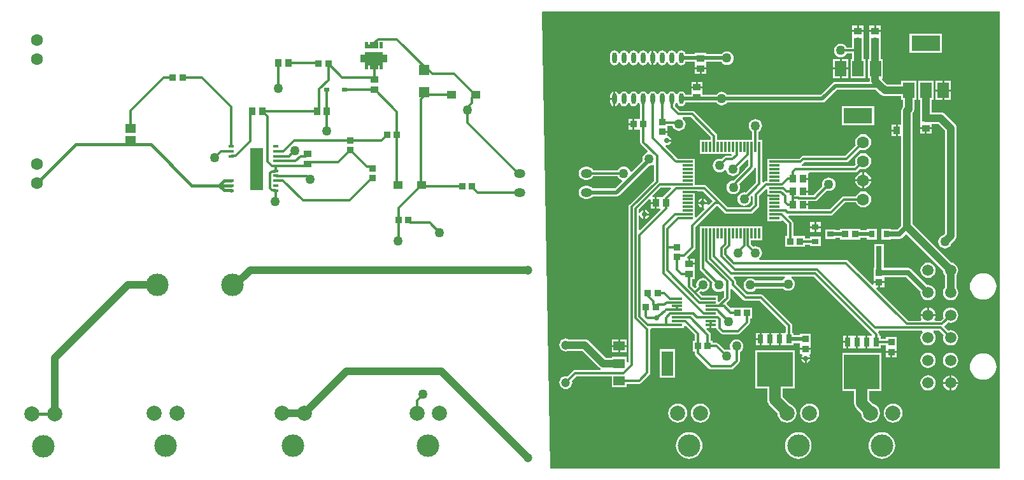
<source format=gbr>
%TF.GenerationSoftware,Altium Limited,Altium Designer,19.1.8 (144)*%
G04 Layer_Physical_Order=2*
G04 Layer_Color=16711680*
%FSLAX26Y26*%
%MOIN*%
%TF.FileFunction,Copper,L2,Bot,Signal*%
%TF.Part,Single*%
G01*
G75*
%TA.AperFunction,SMDPad,CuDef*%
%ADD11R,0.037402X0.033465*%
%ADD12R,0.033465X0.037402*%
%ADD15R,0.035433X0.039370*%
%TA.AperFunction,Conductor*%
%ADD18C,0.019685*%
%ADD19C,0.039370*%
%ADD21C,0.011811*%
%TA.AperFunction,ComponentPad*%
%ADD23C,0.118110*%
%ADD24C,0.078740*%
%ADD25C,0.062992*%
%ADD26C,0.059055*%
%ADD27C,0.047244*%
%TA.AperFunction,ViaPad*%
%ADD28C,0.027559*%
%ADD29C,0.050000*%
%TA.AperFunction,SMDPad,CuDef*%
%ADD30R,0.070079X0.223622*%
%ADD31R,0.031496X0.017716*%
%ADD32R,0.039370X0.035433*%
%ADD33R,0.047244X0.043307*%
%ADD34R,0.185039X0.181102*%
%ADD35R,0.027559X0.045276*%
%ADD36R,0.029528X0.019685*%
%ADD37R,0.057087X0.053150*%
%ADD38R,0.007874X0.007874*%
%ADD39R,0.055118X0.051181*%
%ADD40R,0.059055X0.047244*%
%ADD41R,0.059055X0.129921*%
%ADD42O,0.059055X0.047244*%
%ADD43O,0.023622X0.057087*%
%ADD44R,0.035433X0.031496*%
%ADD45R,0.031496X0.035433*%
%ADD46R,0.059055X0.078740*%
%ADD47R,0.149606X0.078740*%
%ADD48R,0.053150X0.011811*%
%ADD49R,0.011811X0.053150*%
%TA.AperFunction,Conductor*%
%ADD50C,0.015748*%
%ADD51C,0.027559*%
%TA.AperFunction,NonConductor*%
%ADD52C,0.011811*%
%TA.AperFunction,Conductor*%
%ADD53C,0.059055*%
G36*
X1422254Y4323108D02*
X1353751D01*
Y4354604D01*
X1371073D01*
Y4342793D01*
X1379341D01*
Y4354604D01*
X1396664D01*
Y4342793D01*
X1404932D01*
Y4354604D01*
X1422254D01*
Y4323108D01*
D02*
G37*
G36*
X1447845D02*
X1430522D01*
Y4354604D01*
X1447845D01*
Y4323108D01*
D02*
G37*
G36*
Y4288069D02*
X1471664D01*
Y4248305D01*
X1447845D01*
Y4212872D01*
X1430522D01*
Y4232557D01*
X1422254D01*
Y4212872D01*
X1404932D01*
Y4232557D01*
X1396664D01*
Y4212872D01*
X1379341D01*
Y4232557D01*
X1371073D01*
Y4212872D01*
X1353751D01*
Y4248305D01*
X1329932D01*
Y4288069D01*
X1353751D01*
Y4303817D01*
X1447845D01*
Y4288069D01*
D02*
G37*
G36*
X4676088Y2118912D02*
X2322571D01*
X2279167Y4510470D01*
X2284684Y4516088D01*
X4676088D01*
Y2118912D01*
D02*
G37*
%LPC*%
G36*
X3964685Y4441457D02*
X3940000D01*
Y4418740D01*
X3964685D01*
Y4441457D01*
D02*
G37*
G36*
X4054095D02*
X4029410D01*
Y4418740D01*
X4054095D01*
Y4441457D01*
D02*
G37*
G36*
X3930000D02*
X3905315D01*
Y4418740D01*
X3930000D01*
Y4441457D01*
D02*
G37*
G36*
X4019410D02*
X3994725D01*
Y4418740D01*
X4019410D01*
Y4441457D01*
D02*
G37*
G36*
X3964685Y4408740D02*
X3935000D01*
X3905315D01*
Y4386024D01*
Y4362537D01*
X3905059Y4360591D01*
Y4326886D01*
X3875615D01*
X3875021Y4328320D01*
X3869411Y4335632D01*
X3862100Y4341242D01*
X3853586Y4344768D01*
X3844449Y4345971D01*
X3835312Y4344768D01*
X3826798Y4341242D01*
X3819486Y4335632D01*
X3813876Y4328320D01*
X3810350Y4319806D01*
X3809147Y4310669D01*
X3810350Y4301533D01*
X3813876Y4293018D01*
X3819486Y4285707D01*
X3826798Y4280097D01*
X3835312Y4276570D01*
X3844449Y4275367D01*
X3853586Y4276570D01*
X3862100Y4280097D01*
X3869411Y4285707D01*
X3875021Y4293018D01*
X3875615Y4294452D01*
X3905059D01*
Y4265551D01*
X3895472D01*
Y4166811D01*
X3974528D01*
Y4265551D01*
X3964941D01*
Y4310669D01*
Y4360591D01*
X3964685Y4362537D01*
Y4386024D01*
Y4408740D01*
D02*
G37*
G36*
X4374803Y4398937D02*
X4205197D01*
Y4300197D01*
X4374803D01*
Y4398937D01*
D02*
G37*
G36*
X3010000Y4311254D02*
X3001490Y4309561D01*
X2994275Y4304741D01*
X2989454Y4297526D01*
X2989014Y4295312D01*
X2980986D01*
X2980546Y4297526D01*
X2975725Y4304741D01*
X2968510Y4309561D01*
X2960000Y4311254D01*
X2951490Y4309561D01*
X2944275Y4304741D01*
X2939454Y4297526D01*
X2939014Y4295312D01*
X2930986D01*
X2930546Y4297526D01*
X2925725Y4304741D01*
X2918510Y4309561D01*
X2910000Y4311254D01*
X2901490Y4309561D01*
X2894275Y4304741D01*
X2889454Y4297526D01*
X2889014Y4295312D01*
X2880986D01*
X2880546Y4297526D01*
X2875725Y4304741D01*
X2868510Y4309561D01*
X2865000Y4310259D01*
Y4272283D01*
Y4234307D01*
X2868510Y4235006D01*
X2875725Y4239826D01*
X2880546Y4247041D01*
X2880986Y4249255D01*
X2889014D01*
X2889454Y4247041D01*
X2894275Y4239826D01*
X2901490Y4235006D01*
X2910000Y4233313D01*
X2918510Y4235006D01*
X2925725Y4239826D01*
X2930546Y4247041D01*
X2930986Y4249255D01*
X2939014D01*
X2939454Y4247041D01*
X2944275Y4239826D01*
X2951490Y4235006D01*
X2960000Y4233313D01*
X2968510Y4235006D01*
X2975725Y4239826D01*
X2980546Y4247041D01*
X2980986Y4249255D01*
X2989014D01*
X2989454Y4247041D01*
X2994275Y4239826D01*
X3001490Y4235006D01*
X3010000Y4233313D01*
X3018510Y4235006D01*
X3025725Y4239826D01*
X3030546Y4247041D01*
X3031347Y4251068D01*
X3081046D01*
Y4222165D01*
X3140416D01*
Y4250843D01*
X3220004D01*
X3223635Y4246112D01*
X3230946Y4240502D01*
X3239460Y4236975D01*
X3248597Y4235772D01*
X3257734Y4236975D01*
X3266248Y4240502D01*
X3273559Y4246112D01*
X3279169Y4253423D01*
X3282696Y4261937D01*
X3283899Y4271074D01*
X3282696Y4280211D01*
X3279169Y4288725D01*
X3273559Y4296036D01*
X3266248Y4301646D01*
X3257734Y4305173D01*
X3248597Y4306376D01*
X3239460Y4305173D01*
X3230946Y4301646D01*
X3223635Y4296036D01*
X3220004Y4291305D01*
X3140416D01*
Y4298031D01*
X3081046D01*
Y4291530D01*
X3031738D01*
X3030546Y4297526D01*
X3025725Y4304741D01*
X3018510Y4309561D01*
X3010000Y4311254D01*
D02*
G37*
G36*
X2810000D02*
X2801490Y4309561D01*
X2794275Y4304741D01*
X2789454Y4297526D01*
X2789014Y4295312D01*
X2780986D01*
X2780546Y4297526D01*
X2775725Y4304741D01*
X2768510Y4309561D01*
X2760000Y4311254D01*
X2751490Y4309561D01*
X2744275Y4304741D01*
X2739454Y4297526D01*
X2739014Y4295312D01*
X2730986D01*
X2730546Y4297526D01*
X2725725Y4304741D01*
X2718510Y4309561D01*
X2710000Y4311254D01*
X2701490Y4309561D01*
X2694275Y4304741D01*
X2689454Y4297526D01*
X2689014Y4295312D01*
X2680986D01*
X2680546Y4297526D01*
X2675725Y4304741D01*
X2668510Y4309561D01*
X2660000Y4311254D01*
X2651490Y4309561D01*
X2644275Y4304741D01*
X2639454Y4297526D01*
X2637762Y4289016D01*
Y4255551D01*
X2639454Y4247041D01*
X2644275Y4239826D01*
X2651490Y4235006D01*
X2660000Y4233313D01*
X2668510Y4235006D01*
X2675725Y4239826D01*
X2680546Y4247041D01*
X2680986Y4249255D01*
X2689014D01*
X2689454Y4247041D01*
X2694275Y4239826D01*
X2701490Y4235006D01*
X2710000Y4233313D01*
X2718510Y4235006D01*
X2725725Y4239826D01*
X2730546Y4247041D01*
X2730986Y4249255D01*
X2739014D01*
X2739454Y4247041D01*
X2744275Y4239826D01*
X2751490Y4235006D01*
X2760000Y4233313D01*
X2768510Y4235006D01*
X2775725Y4239826D01*
X2780546Y4247041D01*
X2780986Y4249255D01*
X2789014D01*
X2789454Y4247041D01*
X2794275Y4239826D01*
X2801490Y4235006D01*
X2810000Y4233313D01*
X2818510Y4235006D01*
X2825725Y4239826D01*
X2830546Y4247041D01*
X2830986Y4249255D01*
X2839014D01*
X2839454Y4247041D01*
X2844275Y4239826D01*
X2851490Y4235006D01*
X2855000Y4234307D01*
Y4272283D01*
Y4310259D01*
X2851490Y4309561D01*
X2844275Y4304741D01*
X2839454Y4297526D01*
X2839014Y4295312D01*
X2830986D01*
X2830546Y4297526D01*
X2825725Y4304741D01*
X2818510Y4309561D01*
X2810000Y4311254D01*
D02*
G37*
G36*
X3883976Y4265551D02*
X3849449D01*
Y4221181D01*
X3883976D01*
Y4265551D01*
D02*
G37*
G36*
X3839449D02*
X3804921D01*
Y4221181D01*
X3839449D01*
Y4265551D01*
D02*
G37*
G36*
X3140416Y4212165D02*
X3115731D01*
Y4189449D01*
X3140416D01*
Y4212165D01*
D02*
G37*
G36*
X3105731D02*
X3081046D01*
Y4189449D01*
X3105731D01*
Y4212165D01*
D02*
G37*
G36*
X3883976Y4211181D02*
X3849449D01*
Y4166811D01*
X3883976D01*
Y4211181D01*
D02*
G37*
G36*
X3839449D02*
X3804921D01*
Y4166811D01*
X3839449D01*
Y4211181D01*
D02*
G37*
G36*
X3121715Y4146457D02*
X3097030D01*
Y4123740D01*
X3121715D01*
Y4146457D01*
D02*
G37*
G36*
X3087030D02*
X3062345D01*
Y4123740D01*
X3087030D01*
Y4146457D01*
D02*
G37*
G36*
X4420079Y4150906D02*
X4385551D01*
Y4106535D01*
X4420079D01*
Y4150906D01*
D02*
G37*
G36*
X4375551D02*
X4341024D01*
Y4106535D01*
X4375551D01*
Y4150906D01*
D02*
G37*
G36*
X4054095Y4408740D02*
X4024410D01*
X3994725D01*
Y4386024D01*
Y4362537D01*
X3994468Y4360591D01*
Y4265551D01*
X3986024D01*
Y4166811D01*
X3995490D01*
Y4152206D01*
X3991014Y4147102D01*
X3816646D01*
X3808904Y4145562D01*
X3802340Y4141176D01*
X3740096Y4078932D01*
X3249380D01*
X3245750Y4083663D01*
X3238438Y4089273D01*
X3229924Y4092800D01*
X3220787Y4094003D01*
X3211651Y4092800D01*
X3203136Y4089273D01*
X3195825Y4083663D01*
X3192195Y4078932D01*
X3121715D01*
Y4091024D01*
Y4113740D01*
X3092030D01*
X3062345D01*
Y4091024D01*
Y4078440D01*
X3031444D01*
X3030546Y4082959D01*
X3025725Y4090174D01*
X3018510Y4094994D01*
X3010000Y4096687D01*
X3001490Y4094994D01*
X2994275Y4090174D01*
X2989454Y4082959D01*
X2989014Y4080745D01*
X2980986D01*
X2980546Y4082959D01*
X2975725Y4090174D01*
X2968510Y4094994D01*
X2960000Y4096687D01*
X2951490Y4094994D01*
X2944275Y4090174D01*
X2939454Y4082959D01*
X2939014Y4080745D01*
X2930986D01*
X2930546Y4082959D01*
X2925725Y4090174D01*
X2918510Y4094994D01*
X2910000Y4096687D01*
X2901490Y4094994D01*
X2894275Y4090174D01*
X2889454Y4082959D01*
X2889014Y4080745D01*
X2880986D01*
X2880546Y4082959D01*
X2875725Y4090174D01*
X2868510Y4094994D01*
X2860000Y4096687D01*
X2851490Y4094994D01*
X2844275Y4090174D01*
X2839454Y4082959D01*
X2839014Y4080745D01*
X2830986D01*
X2830546Y4082959D01*
X2825725Y4090174D01*
X2818510Y4094994D01*
X2810000Y4096687D01*
X2801490Y4094994D01*
X2794275Y4090174D01*
X2789454Y4082959D01*
X2789014Y4080745D01*
X2780986D01*
X2780546Y4082959D01*
X2775725Y4090174D01*
X2768510Y4094994D01*
X2760000Y4096687D01*
X2751490Y4094994D01*
X2744275Y4090174D01*
X2739454Y4082959D01*
X2739014Y4080745D01*
X2730986D01*
X2730546Y4082959D01*
X2725725Y4090174D01*
X2718510Y4094994D01*
X2710000Y4096687D01*
X2701490Y4094994D01*
X2694275Y4090174D01*
X2689454Y4082959D01*
X2689014Y4080745D01*
X2680986D01*
X2680546Y4082959D01*
X2675725Y4090174D01*
X2668510Y4094994D01*
X2665000Y4095693D01*
Y4057716D01*
Y4019740D01*
X2668510Y4020439D01*
X2675725Y4025259D01*
X2680546Y4032474D01*
X2680986Y4034688D01*
X2689014D01*
X2689454Y4032474D01*
X2694275Y4025259D01*
X2701490Y4020439D01*
X2710000Y4018746D01*
X2718510Y4020439D01*
X2725725Y4025259D01*
X2730546Y4032474D01*
X2730986Y4034688D01*
X2739014D01*
X2739454Y4032474D01*
X2744275Y4025259D01*
X2751490Y4020439D01*
X2760000Y4018746D01*
X2768510Y4020439D01*
X2775725Y4025259D01*
X2780546Y4032474D01*
X2780986Y4034688D01*
X2789014D01*
X2789454Y4032474D01*
X2794275Y4025259D01*
X2794373Y4025194D01*
Y3953543D01*
X2765000D01*
Y3924842D01*
X2760000D01*
D01*
X2765000D01*
Y3896142D01*
X2794964D01*
Y3829385D01*
X2796198Y3823179D01*
X2799714Y3817917D01*
X2834685Y3782947D01*
X2834050Y3781079D01*
X2831326Y3775170D01*
X2823648Y3771990D01*
X2816337Y3766380D01*
X2810727Y3759068D01*
X2807200Y3750554D01*
X2805997Y3741417D01*
X2807200Y3732281D01*
X2807582Y3731359D01*
X2750072Y3673849D01*
X2749139Y3674166D01*
X2742345Y3677258D01*
X2739197Y3684858D01*
X2733587Y3692169D01*
X2726275Y3697779D01*
X2717761Y3701306D01*
X2708624Y3702509D01*
X2699488Y3701306D01*
X2690973Y3697779D01*
X2683662Y3692169D01*
X2678052Y3684858D01*
X2677458Y3683424D01*
X2548619D01*
X2548313Y3684163D01*
X2542924Y3691186D01*
X2535900Y3696576D01*
X2527721Y3699964D01*
X2518944Y3701119D01*
X2507133D01*
X2498356Y3699964D01*
X2490177Y3696576D01*
X2483154Y3691186D01*
X2477765Y3684163D01*
X2474377Y3675984D01*
X2473221Y3667207D01*
X2474377Y3658430D01*
X2477765Y3650251D01*
X2483154Y3643227D01*
X2490177Y3637838D01*
X2498356Y3634450D01*
X2507133Y3633295D01*
X2518944D01*
X2527721Y3634450D01*
X2535900Y3637838D01*
X2542924Y3643227D01*
X2548313Y3650251D01*
X2548619Y3650990D01*
X2677458D01*
X2678052Y3649556D01*
X2683662Y3642245D01*
X2690973Y3636635D01*
X2698574Y3633486D01*
X2701665Y3626692D01*
X2701982Y3625759D01*
X2663661Y3587438D01*
X2545800D01*
X2542924Y3591186D01*
X2535900Y3596576D01*
X2527721Y3599964D01*
X2518944Y3601119D01*
X2507133D01*
X2498356Y3599964D01*
X2490177Y3596576D01*
X2483154Y3591186D01*
X2477765Y3584163D01*
X2474377Y3575984D01*
X2473221Y3567207D01*
X2474377Y3558430D01*
X2477765Y3550251D01*
X2483154Y3543227D01*
X2490177Y3537838D01*
X2498356Y3534450D01*
X2507133Y3533295D01*
X2518944D01*
X2527721Y3534450D01*
X2535900Y3537838D01*
X2542924Y3543227D01*
X2545800Y3546976D01*
X2672041D01*
X2679783Y3548516D01*
X2686347Y3552901D01*
X2839763Y3706318D01*
X2841299Y3706115D01*
X2850436Y3707318D01*
X2858114Y3710498D01*
X2864218Y3708247D01*
X2865988Y3707374D01*
Y3629719D01*
X2738927Y3502658D01*
X2735411Y3497397D01*
X2734177Y3491191D01*
Y2675190D01*
X2732401Y2673992D01*
X2724528Y2678178D01*
Y2704173D01*
X2645472D01*
Y2700492D01*
X2613826D01*
X2526296Y2788022D01*
X2520095Y2792780D01*
X2512874Y2795771D01*
X2505125Y2796792D01*
X2420574D01*
X2413777Y2799607D01*
X2405000Y2800762D01*
X2396223Y2799607D01*
X2388044Y2796219D01*
X2381021Y2790830D01*
X2375631Y2783806D01*
X2372243Y2775628D01*
X2371088Y2766850D01*
X2372243Y2758073D01*
X2375631Y2749894D01*
X2381021Y2742871D01*
X2388044Y2737482D01*
X2396223Y2734094D01*
X2405000Y2732938D01*
X2413777Y2734094D01*
X2420574Y2736909D01*
X2492723D01*
X2580252Y2649380D01*
X2586454Y2644621D01*
X2587627Y2644135D01*
X2586061Y2636261D01*
X2455044D01*
X2448838Y2635027D01*
X2443577Y2631511D01*
X2414516Y2602450D01*
X2413777Y2602757D01*
X2405000Y2603912D01*
X2396223Y2602757D01*
X2388044Y2599369D01*
X2381021Y2593979D01*
X2375631Y2586956D01*
X2372243Y2578777D01*
X2371088Y2570000D01*
X2372243Y2561223D01*
X2375631Y2553044D01*
X2381021Y2546021D01*
X2388044Y2540631D01*
X2396223Y2537243D01*
X2405000Y2536088D01*
X2413777Y2537243D01*
X2421956Y2540631D01*
X2428979Y2546021D01*
X2434369Y2553044D01*
X2437757Y2561223D01*
X2438912Y2570000D01*
X2437757Y2578777D01*
X2437450Y2579516D01*
X2461761Y2603827D01*
X2645472D01*
Y2546378D01*
X2724528D01*
Y2563783D01*
X2789764D01*
X2795970Y2565017D01*
X2801231Y2568533D01*
X2843064Y2610366D01*
X2846580Y2615627D01*
X2847814Y2621833D01*
Y2847351D01*
X2847647Y2848192D01*
X2853652Y2856066D01*
X2988464D01*
X2990031Y2856378D01*
X3025039D01*
Y2864967D01*
X3032314Y2867980D01*
X3080555Y2819739D01*
Y2789803D01*
X3070039D01*
Y2732402D01*
X3080555D01*
Y2724685D01*
X3081789Y2718479D01*
X3085305Y2713218D01*
X3154808Y2643715D01*
X3160069Y2640199D01*
X3166275Y2638965D01*
X3270990D01*
X3277196Y2640199D01*
X3282457Y2643715D01*
X3310995Y2672253D01*
X3314510Y2677514D01*
X3315745Y2683720D01*
Y2729634D01*
X3317179Y2730228D01*
X3324490Y2735838D01*
X3330100Y2743149D01*
X3333627Y2751664D01*
X3334830Y2760800D01*
X3333627Y2769937D01*
X3330100Y2778451D01*
X3324490Y2785763D01*
X3317179Y2791373D01*
X3308664Y2794899D01*
X3299528Y2796102D01*
X3290391Y2794899D01*
X3281877Y2791373D01*
X3274565Y2785763D01*
X3268955Y2778451D01*
X3265428Y2769937D01*
X3264226Y2760800D01*
X3265428Y2751664D01*
X3268319Y2744685D01*
X3264683Y2740252D01*
X3262582Y2738827D01*
X3256300Y2741429D01*
X3247163Y2742632D01*
X3238026Y2741429D01*
X3236592Y2740835D01*
X3205768Y2771660D01*
X3205160Y2772570D01*
X3199899Y2776085D01*
X3193693Y2777320D01*
X3174685D01*
Y2789803D01*
X3164170D01*
Y2819326D01*
X3162935Y2825532D01*
X3159420Y2830793D01*
X3141110Y2849103D01*
X3144123Y2856378D01*
X3158661D01*
Y2872283D01*
X3168661D01*
Y2856378D01*
X3194146D01*
X3195372Y2850215D01*
X3198887Y2844954D01*
X3215741Y2828100D01*
X3221003Y2824584D01*
X3227209Y2823350D01*
X3307064D01*
X3313270Y2824584D01*
X3318531Y2828100D01*
X3365031Y2874599D01*
X3368546Y2879861D01*
X3369781Y2886067D01*
Y2906117D01*
X3380296D01*
Y2963519D01*
X3275650D01*
Y2963519D01*
X3267776Y2960631D01*
X3246231Y2982176D01*
X3245934Y2985195D01*
X3261793Y3001055D01*
X3265309Y3006316D01*
X3266543Y3012522D01*
Y3060470D01*
X3274417Y3063732D01*
X3334892Y3003257D01*
X3340153Y2999742D01*
X3346359Y2998507D01*
X3422023D01*
X3558783Y2861747D01*
Y2835686D01*
X3553215Y2830118D01*
X3543346Y2830118D01*
X3530000D01*
Y2797480D01*
Y2764843D01*
X3543346D01*
X3548780Y2764843D01*
X3556654Y2764843D01*
X3598780D01*
Y2777249D01*
X3631299D01*
Y2751299D01*
X3688701D01*
Y2770748D01*
Y2824213D01*
X3631299D01*
Y2817712D01*
X3598780D01*
Y2830118D01*
X3591217D01*
Y2868465D01*
X3589983Y2874671D01*
X3586467Y2879932D01*
X3440207Y3026191D01*
X3434946Y3029707D01*
X3428740Y3030941D01*
X3353076D01*
X3296060Y3087958D01*
Y3099286D01*
X3294825Y3105492D01*
X3291310Y3110753D01*
X3283817Y3118246D01*
X3286830Y3125521D01*
X3550644D01*
X3552211Y3117647D01*
X3551680Y3117427D01*
X3544368Y3111817D01*
X3538758Y3104506D01*
X3538598Y3104118D01*
X3397490D01*
X3396137Y3105882D01*
X3388825Y3111492D01*
X3380311Y3115019D01*
X3371174Y3116222D01*
X3362038Y3115019D01*
X3353523Y3111492D01*
X3346212Y3105882D01*
X3340602Y3098571D01*
X3337075Y3090056D01*
X3335872Y3080920D01*
X3337075Y3071783D01*
X3340602Y3063269D01*
X3346212Y3055957D01*
X3353523Y3050347D01*
X3362038Y3046820D01*
X3371174Y3045618D01*
X3380311Y3046820D01*
X3388825Y3050347D01*
X3396137Y3055957D01*
X3401747Y3063269D01*
X3401907Y3063656D01*
X3543015D01*
X3544368Y3061892D01*
X3551680Y3056282D01*
X3560194Y3052755D01*
X3569331Y3051552D01*
X3578467Y3052755D01*
X3586981Y3056282D01*
X3594293Y3061892D01*
X3599903Y3069204D01*
X3603430Y3077718D01*
X3604633Y3086854D01*
X3603430Y3095991D01*
X3599903Y3104506D01*
X3594293Y3111817D01*
X3586981Y3117427D01*
X3586450Y3117647D01*
X3588017Y3125521D01*
X3704379D01*
X4006908Y2822992D01*
X4006476Y2818045D01*
X4003647Y2815118D01*
X3998346Y2815118D01*
X3985000D01*
Y2782480D01*
Y2749843D01*
X3998346D01*
X4003780Y2749843D01*
X4011654Y2749843D01*
X4053780D01*
Y2766263D01*
X4081299D01*
Y2735000D01*
X4138701D01*
Y2754449D01*
Y2807913D01*
X4081299D01*
Y2798698D01*
X4053780D01*
Y2815118D01*
X4046217D01*
Y2822835D01*
X4044983Y2829041D01*
X4041946Y2833586D01*
X4043031Y2838077D01*
X4044432Y2841460D01*
X4271872D01*
X4274544Y2833586D01*
X4273620Y2832876D01*
X4267284Y2824619D01*
X4263301Y2815004D01*
X4261943Y2804685D01*
X4263301Y2794366D01*
X4267284Y2784751D01*
X4273620Y2776494D01*
X4281877Y2770158D01*
X4291492Y2766175D01*
X4301811Y2764816D01*
X4312130Y2766175D01*
X4321745Y2770158D01*
X4330002Y2776494D01*
X4336338Y2784751D01*
X4340321Y2794366D01*
X4341680Y2804685D01*
X4340321Y2815004D01*
X4336338Y2824619D01*
X4330002Y2832876D01*
X4329078Y2833586D01*
X4331751Y2841460D01*
X4360212D01*
X4382951Y2818721D01*
X4381411Y2815004D01*
X4380053Y2804685D01*
X4381411Y2794366D01*
X4385394Y2784751D01*
X4391730Y2776494D01*
X4399987Y2770158D01*
X4409602Y2766175D01*
X4419921Y2764816D01*
X4430240Y2766175D01*
X4439856Y2770158D01*
X4448113Y2776494D01*
X4454449Y2784751D01*
X4458431Y2794366D01*
X4459790Y2804685D01*
X4458431Y2815004D01*
X4454449Y2824619D01*
X4448113Y2832876D01*
X4439856Y2839212D01*
X4430240Y2843195D01*
X4419921Y2844554D01*
X4409602Y2843195D01*
X4405885Y2841655D01*
X4388476Y2859065D01*
X4389368Y2869308D01*
X4405885Y2885825D01*
X4409602Y2884285D01*
X4419921Y2882927D01*
X4430240Y2884285D01*
X4439856Y2888268D01*
X4448113Y2894604D01*
X4454449Y2902861D01*
X4458431Y2912476D01*
X4459790Y2922795D01*
X4458431Y2933114D01*
X4454449Y2942729D01*
X4448113Y2950987D01*
X4439856Y2957322D01*
X4430240Y2961305D01*
X4419921Y2962664D01*
X4409602Y2961305D01*
X4399987Y2957322D01*
X4391730Y2950987D01*
X4385394Y2942729D01*
X4381411Y2933114D01*
X4380053Y2922795D01*
X4381411Y2912476D01*
X4382951Y2908759D01*
X4367771Y2893579D01*
X4339141D01*
X4335258Y2901453D01*
X4336338Y2902861D01*
X4340321Y2912476D01*
X4341021Y2917795D01*
X4301811D01*
X4262601D01*
X4263301Y2912476D01*
X4267284Y2902861D01*
X4268364Y2901453D01*
X4264481Y2893579D01*
X4198330D01*
X4029893Y3062017D01*
X4032906Y3069291D01*
X4040118D01*
Y3091023D01*
X4016417D01*
Y3085780D01*
X4009143Y3082767D01*
X3883488Y3208421D01*
X3878227Y3211937D01*
X3872021Y3213171D01*
X3421305D01*
X3418632Y3221045D01*
X3422915Y3224332D01*
X3428525Y3231643D01*
X3432052Y3240157D01*
X3433255Y3249294D01*
X3432052Y3258431D01*
X3428525Y3266945D01*
X3422915Y3274256D01*
X3415604Y3279867D01*
X3407090Y3283393D01*
X3397953Y3284596D01*
X3388816Y3283393D01*
X3387382Y3282799D01*
X3374800Y3295381D01*
Y3317047D01*
X3433543D01*
Y3390197D01*
X3106457D01*
Y3355189D01*
X3106145Y3353622D01*
Y3168756D01*
X3107380Y3162550D01*
X3110895Y3157289D01*
X3173661Y3094523D01*
X3171811Y3090056D01*
X3170608Y3080920D01*
X3171811Y3071783D01*
X3175337Y3063269D01*
X3180947Y3055957D01*
X3188259Y3050347D01*
X3196773Y3046820D01*
X3205910Y3045618D01*
X3215046Y3046820D01*
X3223561Y3050347D01*
X3226235Y3052399D01*
X3234109Y3048516D01*
Y3019239D01*
X3208110Y2993240D01*
X3205715Y2993524D01*
X3200236Y2996502D01*
Y3025984D01*
X3165228D01*
X3163661Y3026296D01*
X3119161D01*
X3104628Y3040828D01*
X3112577Y3048777D01*
X3114011Y3048183D01*
X3123148Y3046980D01*
X3132285Y3048183D01*
X3140799Y3051709D01*
X3148110Y3057320D01*
X3153720Y3064631D01*
X3157247Y3073145D01*
X3158450Y3082282D01*
X3157247Y3091419D01*
X3153720Y3099933D01*
X3148110Y3107244D01*
X3140799Y3112854D01*
X3132285Y3116381D01*
X3123148Y3117584D01*
X3114011Y3116381D01*
X3105497Y3112854D01*
X3098186Y3107244D01*
X3092576Y3099933D01*
X3089049Y3091419D01*
X3087846Y3082282D01*
X3089049Y3073145D01*
X3089643Y3071711D01*
X3081694Y3063762D01*
X3067162Y3078294D01*
Y3111939D01*
X3080630D01*
Y3165088D01*
Y3187805D01*
X3050945D01*
Y3192805D01*
X3045945D01*
Y3220521D01*
X3043530D01*
X3040269Y3228396D01*
X3079007Y3267133D01*
X3082522Y3272394D01*
X3083756Y3278600D01*
Y3385518D01*
X3193124Y3494885D01*
X3200842D01*
X3235462Y3460265D01*
X3240723Y3456750D01*
X3246929Y3455515D01*
X3373249D01*
X3379454Y3456750D01*
X3384716Y3460265D01*
X3413043Y3488592D01*
X3416558Y3493853D01*
X3417793Y3500059D01*
Y3550012D01*
X3452528Y3584748D01*
X3459803Y3581735D01*
Y3554250D01*
X3494812D01*
X3496378Y3553939D01*
Y3546695D01*
X3459803D01*
Y3534567D01*
Y3495197D01*
Y3455827D01*
Y3416457D01*
X3532953D01*
Y3419573D01*
X3540227Y3422586D01*
X3563747Y3399067D01*
Y3338858D01*
X3553232D01*
Y3281457D01*
X3657878D01*
Y3293940D01*
X3683858D01*
Y3284410D01*
X3739291D01*
Y3335905D01*
X3683858D01*
Y3326375D01*
X3657878D01*
Y3338858D01*
X3596181D01*
Y3405784D01*
X3594947Y3411990D01*
X3591431Y3417251D01*
X3570644Y3438039D01*
X3573905Y3445913D01*
X3793802D01*
X3800008Y3447147D01*
X3805269Y3450663D01*
X3868665Y3514059D01*
X3923535D01*
X3925485Y3509349D01*
X3932137Y3500680D01*
X3940805Y3494029D01*
X3950900Y3489848D01*
X3961732Y3488421D01*
X3972565Y3489848D01*
X3982659Y3494029D01*
X3991327Y3500680D01*
X3997979Y3509349D01*
X4002160Y3519443D01*
X4003586Y3530276D01*
X4002160Y3541108D01*
X3997979Y3551203D01*
X3991327Y3559871D01*
X3982659Y3566522D01*
X3972565Y3570704D01*
X3961732Y3572130D01*
X3950900Y3570704D01*
X3940805Y3566522D01*
X3932137Y3559871D01*
X3925485Y3551203D01*
X3923535Y3546493D01*
X3861948D01*
X3855742Y3545258D01*
X3850480Y3541743D01*
X3787085Y3478347D01*
X3674173D01*
Y3497598D01*
X3646457D01*
Y3507598D01*
X3674173D01*
Y3521027D01*
X3709447D01*
X3715653Y3522262D01*
X3720914Y3525777D01*
X3771151Y3576014D01*
X3772585Y3575420D01*
X3781722Y3574217D01*
X3790859Y3575420D01*
X3799373Y3578947D01*
X3806684Y3584557D01*
X3812294Y3591868D01*
X3815821Y3600382D01*
X3817024Y3609519D01*
X3815821Y3618656D01*
X3812294Y3627170D01*
X3806684Y3634481D01*
X3799373Y3640091D01*
X3790859Y3643618D01*
X3781722Y3644821D01*
X3772585Y3643618D01*
X3764071Y3640091D01*
X3756760Y3634481D01*
X3751150Y3627170D01*
X3747623Y3618656D01*
X3746420Y3609519D01*
X3747623Y3600382D01*
X3748217Y3598948D01*
X3702730Y3553461D01*
X3674173D01*
Y3565709D01*
X3646457D01*
Y3575709D01*
X3674173D01*
Y3600394D01*
X3674173D01*
Y3607914D01*
X3674173D01*
Y3632598D01*
X3646457D01*
Y3642598D01*
X3674173D01*
Y3667283D01*
X3680073Y3672051D01*
X3919724D01*
X3925930Y3673285D01*
X3931192Y3676801D01*
X3946190Y3691799D01*
X3950900Y3689848D01*
X3961732Y3688421D01*
X3972565Y3689848D01*
X3982659Y3694029D01*
X3991327Y3700680D01*
X3997979Y3709349D01*
X4002160Y3719443D01*
X4003586Y3730276D01*
X4002160Y3741108D01*
X3997979Y3751203D01*
X3991327Y3759871D01*
X3982659Y3766522D01*
X3972565Y3770704D01*
X3961732Y3772130D01*
X3950900Y3770704D01*
X3940805Y3766522D01*
X3932137Y3759871D01*
X3925485Y3751203D01*
X3921304Y3741108D01*
X3919878Y3730276D01*
X3921304Y3719443D01*
X3923255Y3714733D01*
X3913007Y3704485D01*
X3639909D01*
X3639133Y3712359D01*
X3640622Y3712655D01*
X3645884Y3716171D01*
X3654913Y3725200D01*
X3872874D01*
X3879080Y3726435D01*
X3884341Y3729950D01*
X3946190Y3791799D01*
X3950900Y3789848D01*
X3961732Y3788421D01*
X3972565Y3789848D01*
X3982659Y3794029D01*
X3991327Y3800680D01*
X3997979Y3809349D01*
X4002160Y3819443D01*
X4003586Y3830276D01*
X4002160Y3841108D01*
X3997979Y3851203D01*
X3991327Y3859871D01*
X3982659Y3866522D01*
X3972565Y3870704D01*
X3961732Y3872130D01*
X3950900Y3870704D01*
X3940805Y3866522D01*
X3932137Y3859871D01*
X3925485Y3851203D01*
X3921304Y3841108D01*
X3919878Y3830276D01*
X3921304Y3819443D01*
X3923255Y3814733D01*
X3866157Y3757635D01*
X3648196D01*
X3641990Y3756400D01*
X3636729Y3752885D01*
X3627699Y3743855D01*
X3496378D01*
X3494811Y3743543D01*
X3459803D01*
Y3711732D01*
Y3672362D01*
Y3625745D01*
X3454374D01*
X3448168Y3624510D01*
X3442906Y3620995D01*
X3441130Y3619218D01*
X3433855Y3622231D01*
Y3806378D01*
X3433543Y3807945D01*
Y3842953D01*
X3414171D01*
Y3885289D01*
X3415605Y3885883D01*
X3422916Y3891493D01*
X3428526Y3898804D01*
X3432053Y3907318D01*
X3433256Y3916455D01*
X3432053Y3925592D01*
X3428526Y3934106D01*
X3422916Y3941417D01*
X3415605Y3947027D01*
X3407090Y3950554D01*
X3397954Y3951757D01*
X3388817Y3950554D01*
X3380303Y3947027D01*
X3372991Y3941417D01*
X3367381Y3934106D01*
X3363854Y3925592D01*
X3362652Y3916455D01*
X3363854Y3907318D01*
X3367381Y3898804D01*
X3372991Y3891493D01*
X3380303Y3885883D01*
X3381736Y3885289D01*
Y3842953D01*
X3197635D01*
Y3863464D01*
X3196400Y3869670D01*
X3192885Y3874932D01*
X3079006Y3988810D01*
X3073745Y3992325D01*
X3067539Y3993559D01*
X3000832D01*
X2976217Y4018174D01*
Y4025996D01*
X2980546Y4032474D01*
X2980986Y4034688D01*
X2989014D01*
X2989454Y4032474D01*
X2994275Y4025259D01*
X3001490Y4020439D01*
X3010000Y4018746D01*
X3018510Y4020439D01*
X3025725Y4025259D01*
X3030546Y4032474D01*
X3031640Y4037977D01*
X3062345D01*
Y4037874D01*
X3121715D01*
Y4038470D01*
X3192195D01*
X3195825Y4033738D01*
X3203136Y4028128D01*
X3211651Y4024602D01*
X3220787Y4023399D01*
X3229924Y4024602D01*
X3238438Y4028128D01*
X3245750Y4033738D01*
X3249380Y4038470D01*
X3748476D01*
X3756218Y4040010D01*
X3762781Y4044395D01*
X3825026Y4106640D01*
X4028655D01*
X4054931Y4080364D01*
X4061132Y4075606D01*
X4068353Y4072615D01*
X4076102Y4071594D01*
X4159921D01*
Y4052165D01*
X4169508D01*
Y4015080D01*
X4165645Y4010046D01*
X4162654Y4002825D01*
X4161634Y3995075D01*
Y3921850D01*
X4143425D01*
Y3892166D01*
Y3862480D01*
X4161634D01*
Y3391709D01*
X4141729Y3371805D01*
X4108266D01*
Y3375276D01*
X4056770D01*
Y3319843D01*
X4108266D01*
Y3323314D01*
X4151772D01*
X4161050Y3325159D01*
X4168916Y3330415D01*
X4187547Y3349046D01*
X4380428Y3156166D01*
X4381411Y3148697D01*
X4385394Y3139081D01*
X4389980Y3133105D01*
Y3066816D01*
X4385394Y3060840D01*
X4381411Y3051224D01*
X4380053Y3040905D01*
X4381411Y3030587D01*
X4385394Y3020971D01*
X4391730Y3012714D01*
X4399987Y3006378D01*
X4409602Y3002395D01*
X4419921Y3001037D01*
X4430240Y3002395D01*
X4439856Y3006378D01*
X4448113Y3012714D01*
X4454449Y3020971D01*
X4458431Y3030587D01*
X4459790Y3040905D01*
X4458431Y3051224D01*
X4454449Y3060840D01*
X4449863Y3066816D01*
Y3133105D01*
X4454449Y3139081D01*
X4458431Y3148697D01*
X4459790Y3159016D01*
X4458431Y3169334D01*
X4454449Y3178950D01*
X4448113Y3187207D01*
X4439856Y3193543D01*
X4430240Y3197526D01*
X4422771Y3198509D01*
X4221516Y3399764D01*
Y3892165D01*
Y3982945D01*
X4225379Y3987979D01*
X4226618Y3990970D01*
X4228370Y3995200D01*
X4229390Y4002949D01*
Y4052165D01*
X4238976D01*
Y4150906D01*
X4159921D01*
Y4131477D01*
X4088505D01*
X4061044Y4158937D01*
X4064306Y4166811D01*
X4065079D01*
Y4265551D01*
X4054351D01*
Y4360591D01*
X4054095Y4362537D01*
Y4386024D01*
Y4408740D01*
D02*
G37*
G36*
X2655000Y4095693D02*
X2651490Y4094994D01*
X2644275Y4090174D01*
X2639454Y4082959D01*
X2637762Y4074449D01*
Y4062716D01*
X2655000D01*
Y4095693D01*
D02*
G37*
G36*
X4420079Y4096535D02*
X4385551D01*
Y4052165D01*
X4420079D01*
Y4096535D01*
D02*
G37*
G36*
X4375551D02*
X4341024D01*
Y4052165D01*
X4375551D01*
Y4096535D01*
D02*
G37*
G36*
X2655000Y4052716D02*
X2637762D01*
Y4040984D01*
X2639454Y4032474D01*
X2644275Y4025259D01*
X2651490Y4020439D01*
X2655000Y4019740D01*
Y4052716D01*
D02*
G37*
G36*
X2755000Y3953543D02*
X2733268D01*
Y3929842D01*
X2755000D01*
Y3953543D01*
D02*
G37*
G36*
X4019803Y4017520D02*
X3850197D01*
Y3918780D01*
X4019803D01*
Y4017520D01*
D02*
G37*
G36*
X4133425Y3921850D02*
X4110709D01*
Y3897166D01*
X4133425D01*
Y3921850D01*
D02*
G37*
G36*
X2755000Y3919842D02*
X2733268D01*
Y3896142D01*
X2755000D01*
Y3919842D01*
D02*
G37*
G36*
X4319685Y3898425D02*
X4295000D01*
Y3875709D01*
X4319685D01*
Y3898425D01*
D02*
G37*
G36*
X4285000D02*
X4260315D01*
Y3875709D01*
X4285000D01*
Y3898425D01*
D02*
G37*
G36*
X4133425Y3887166D02*
X4110709D01*
Y3862480D01*
X4133425D01*
Y3887166D01*
D02*
G37*
G36*
X3966732Y3671472D02*
Y3635275D01*
X4002928D01*
X4002160Y3641108D01*
X3997979Y3651203D01*
X3991327Y3659871D01*
X3982659Y3666522D01*
X3972565Y3670704D01*
X3966732Y3671472D01*
D02*
G37*
G36*
X3956732Y3671471D02*
X3950900Y3670704D01*
X3940805Y3666522D01*
X3932137Y3659871D01*
X3925485Y3651203D01*
X3921304Y3641108D01*
X3920536Y3635275D01*
X3956732D01*
Y3671471D01*
D02*
G37*
G36*
Y3625275D02*
X3920537D01*
X3921304Y3619443D01*
X3925485Y3609349D01*
X3932137Y3600680D01*
X3940805Y3594029D01*
X3950900Y3589848D01*
X3956732Y3589080D01*
Y3625275D01*
D02*
G37*
G36*
X4002928D02*
X3966732D01*
Y3589080D01*
X3972565Y3589848D01*
X3982659Y3594029D01*
X3991327Y3600680D01*
X3997979Y3609349D01*
X4002160Y3619443D01*
X4002928Y3625275D01*
D02*
G37*
G36*
X3739291Y3410709D02*
X3716575D01*
Y3389961D01*
X3739291D01*
Y3410709D01*
D02*
G37*
G36*
X3706575D02*
X3683858D01*
Y3389961D01*
X3706575D01*
Y3410709D01*
D02*
G37*
G36*
X3946575Y3376260D02*
X3841929D01*
Y3367790D01*
X3818032D01*
Y3373307D01*
X3762599D01*
Y3321811D01*
X3818032D01*
Y3327328D01*
X3841929D01*
Y3318858D01*
X3946575D01*
Y3327328D01*
X3981967D01*
Y3319843D01*
X4033463D01*
Y3375276D01*
X3981967D01*
Y3367790D01*
X3946575D01*
Y3376260D01*
D02*
G37*
G36*
X3739291Y3379961D02*
X3716575D01*
Y3359213D01*
X3739291D01*
Y3379961D01*
D02*
G37*
G36*
X3706575D02*
X3683858D01*
Y3359213D01*
X3706575D01*
Y3379961D01*
D02*
G37*
G36*
X4329528Y4150906D02*
X4250472D01*
Y4052165D01*
X4260059D01*
Y3956575D01*
X4260315Y3954629D01*
Y3928858D01*
Y3908425D01*
X4319685D01*
Y3926634D01*
X4356023D01*
X4391949Y3890708D01*
Y3352481D01*
X4381891Y3342423D01*
X4380863Y3342288D01*
X4372349Y3338761D01*
X4365038Y3333151D01*
X4359428Y3325840D01*
X4355901Y3317326D01*
X4354698Y3308189D01*
X4355901Y3299052D01*
X4359428Y3290538D01*
X4365038Y3283227D01*
X4372349Y3277617D01*
X4380863Y3274090D01*
X4390000Y3272887D01*
X4399137Y3274090D01*
X4407651Y3277617D01*
X4414962Y3283227D01*
X4420572Y3290538D01*
X4424099Y3299052D01*
X4424234Y3300080D01*
X4443061Y3318907D01*
X4447820Y3325108D01*
X4450811Y3332329D01*
X4451831Y3340079D01*
Y3903110D01*
X4450811Y3910860D01*
X4447820Y3918081D01*
X4443061Y3924282D01*
X4389597Y3977746D01*
X4383396Y3982505D01*
X4376175Y3985496D01*
X4368425Y3986516D01*
X4319941D01*
Y4052165D01*
X4329528D01*
Y4150906D01*
D02*
G37*
G36*
X3080630Y3220521D02*
X3055945D01*
Y3197805D01*
X3080630D01*
Y3220521D01*
D02*
G37*
G36*
X4301811Y3198884D02*
X4291492Y3197526D01*
X4281877Y3193543D01*
X4273620Y3187207D01*
X4267284Y3178950D01*
X4263301Y3169334D01*
X4261943Y3159016D01*
X4263301Y3148697D01*
X4267284Y3139081D01*
X4273620Y3130824D01*
X4281877Y3124488D01*
X4291492Y3120506D01*
X4301811Y3119147D01*
X4312130Y3120506D01*
X4321745Y3124488D01*
X4330002Y3130824D01*
X4336338Y3139081D01*
X4340321Y3148697D01*
X4341680Y3159016D01*
X4340321Y3169334D01*
X4336338Y3178950D01*
X4330002Y3187207D01*
X4321745Y3193543D01*
X4312130Y3197526D01*
X4301811Y3198884D01*
D02*
G37*
G36*
X4073819Y3091023D02*
X4050118D01*
Y3069291D01*
X4073819D01*
Y3091023D01*
D02*
G37*
G36*
X4590000Y3143365D02*
X4576463Y3142032D01*
X4563446Y3138084D01*
X4551449Y3131671D01*
X4540934Y3123042D01*
X4532305Y3112527D01*
X4525893Y3100530D01*
X4521944Y3087514D01*
X4520611Y3073976D01*
X4521944Y3060439D01*
X4525893Y3047422D01*
X4532305Y3035426D01*
X4540934Y3024911D01*
X4551449Y3016281D01*
X4563446Y3009869D01*
X4576463Y3005920D01*
X4590000Y3004587D01*
X4603537Y3005920D01*
X4616554Y3009869D01*
X4628551Y3016281D01*
X4639066Y3024911D01*
X4647695Y3035426D01*
X4654107Y3047422D01*
X4658056Y3060439D01*
X4659389Y3073976D01*
X4658056Y3087514D01*
X4654107Y3100530D01*
X4647695Y3112527D01*
X4639066Y3123042D01*
X4628551Y3131671D01*
X4616554Y3138084D01*
X4603537Y3142032D01*
X4590000Y3143365D01*
D02*
G37*
G36*
X4070865Y3296535D02*
X4019369D01*
Y3241102D01*
X4020872D01*
Y3173937D01*
X4016417D01*
Y3120472D01*
Y3101023D01*
X4073819D01*
Y3122959D01*
X4185469D01*
X4262592Y3045837D01*
X4261943Y3040905D01*
X4263301Y3030587D01*
X4267284Y3020971D01*
X4273620Y3012714D01*
X4281877Y3006378D01*
X4291492Y3002395D01*
X4301811Y3001037D01*
X4312130Y3002395D01*
X4321745Y3006378D01*
X4330002Y3012714D01*
X4336338Y3020971D01*
X4340321Y3030587D01*
X4341680Y3040905D01*
X4340321Y3051224D01*
X4336338Y3060840D01*
X4330002Y3069097D01*
X4321745Y3075433D01*
X4312130Y3079416D01*
X4301811Y3080774D01*
X4296880Y3080125D01*
X4212656Y3164349D01*
X4204790Y3169604D01*
X4195512Y3171450D01*
X4073819D01*
Y3173937D01*
X4069363D01*
Y3241102D01*
X4070865D01*
Y3296535D01*
D02*
G37*
G36*
X4306811Y2962006D02*
Y2927795D01*
X4341021D01*
X4340321Y2933114D01*
X4336338Y2942729D01*
X4330002Y2950987D01*
X4321745Y2957322D01*
X4312130Y2961305D01*
X4306811Y2962006D01*
D02*
G37*
G36*
X4296811D02*
X4291492Y2961305D01*
X4281877Y2957322D01*
X4273620Y2950987D01*
X4267284Y2942729D01*
X4263301Y2933114D01*
X4262601Y2927795D01*
X4296811D01*
Y2962006D01*
D02*
G37*
G36*
X3501220Y2830118D02*
X3493346Y2830118D01*
X3480000D01*
Y2797480D01*
Y2764843D01*
X3493346D01*
X3498780Y2764843D01*
X3506654Y2764843D01*
X3520000D01*
Y2797480D01*
Y2830118D01*
X3506654D01*
X3501220Y2830118D01*
D02*
G37*
G36*
X3956220Y2815118D02*
X3948346Y2815118D01*
X3935000D01*
Y2782480D01*
Y2749843D01*
X3948346D01*
X3953780Y2749843D01*
X3961654Y2749843D01*
X3975000D01*
Y2782480D01*
Y2815118D01*
X3961654D01*
X3956220Y2815118D01*
D02*
G37*
G36*
X3420000Y2830118D02*
X3401220D01*
Y2802480D01*
X3420000D01*
Y2830118D01*
D02*
G37*
G36*
X3875000Y2815118D02*
X3856220D01*
Y2787480D01*
X3875000D01*
Y2815118D01*
D02*
G37*
G36*
X2724528Y2794724D02*
X2690000D01*
Y2766102D01*
X2724528D01*
Y2794724D01*
D02*
G37*
G36*
X2680000D02*
X2645472D01*
Y2766102D01*
X2680000D01*
Y2794724D01*
D02*
G37*
G36*
X3451220Y2830118D02*
X3443346Y2830118D01*
X3430000D01*
Y2797480D01*
Y2764843D01*
X3443346D01*
X3448780Y2764843D01*
X3456654Y2764843D01*
X3470000D01*
Y2797480D01*
Y2830118D01*
X3456654D01*
X3451220Y2830118D01*
D02*
G37*
G36*
X3420000Y2792480D02*
X3401220D01*
Y2764843D01*
X3420000D01*
Y2792480D01*
D02*
G37*
G36*
X3906220Y2815118D02*
X3898346Y2815118D01*
X3885000D01*
Y2782480D01*
Y2749843D01*
X3898346D01*
X3903780Y2749843D01*
X3911654Y2749843D01*
X3925000D01*
Y2782480D01*
Y2815118D01*
X3911654D01*
X3906220Y2815118D01*
D02*
G37*
G36*
X3875000Y2777480D02*
X3856220D01*
Y2749843D01*
X3875000D01*
Y2777480D01*
D02*
G37*
G36*
X2724528Y2756102D02*
X2690000D01*
Y2727480D01*
X2724528D01*
Y2756102D01*
D02*
G37*
G36*
X2680000D02*
X2645472D01*
Y2727480D01*
X2680000D01*
Y2756102D01*
D02*
G37*
G36*
X4138701Y2725000D02*
X4115000D01*
Y2703268D01*
X4138701D01*
Y2725000D01*
D02*
G37*
G36*
X4105000D02*
X4081299D01*
Y2703268D01*
X4105000D01*
Y2725000D01*
D02*
G37*
G36*
X3688701Y2741299D02*
X3631299D01*
Y2719567D01*
X3639247D01*
X3639744Y2719017D01*
X3642735Y2711693D01*
X3639017Y2706129D01*
X3638166Y2701850D01*
X3684668D01*
X3683817Y2706129D01*
X3680099Y2711693D01*
X3683091Y2719017D01*
X3683587Y2719567D01*
X3688701D01*
Y2741299D01*
D02*
G37*
G36*
X3684668Y2691850D02*
X3666417D01*
Y2673600D01*
X3670696Y2674451D01*
X3678561Y2679706D01*
X3683817Y2687572D01*
X3684668Y2691850D01*
D02*
G37*
G36*
X3656417D02*
X3638166D01*
X3639017Y2687572D01*
X3644273Y2679706D01*
X3652139Y2674451D01*
X3656417Y2673600D01*
Y2691850D01*
D02*
G37*
G36*
X4301811Y2726443D02*
X4291492Y2725085D01*
X4281877Y2721102D01*
X4273620Y2714766D01*
X4267284Y2706509D01*
X4263301Y2696894D01*
X4261943Y2686575D01*
X4263301Y2676256D01*
X4267284Y2666640D01*
X4273620Y2658383D01*
X4281877Y2652048D01*
X4291492Y2648065D01*
X4301811Y2646706D01*
X4312130Y2648065D01*
X4321745Y2652048D01*
X4330002Y2658383D01*
X4336338Y2666640D01*
X4340321Y2676256D01*
X4341680Y2686575D01*
X4340321Y2696894D01*
X4336338Y2706509D01*
X4330002Y2714766D01*
X4321745Y2721102D01*
X4312130Y2725085D01*
X4301811Y2726443D01*
D02*
G37*
G36*
X4419921Y2726443D02*
X4409602Y2725085D01*
X4399987Y2721102D01*
X4391730Y2714766D01*
X4385394Y2706509D01*
X4381411Y2696894D01*
X4380053Y2686575D01*
X4381411Y2676256D01*
X4385394Y2666640D01*
X4391730Y2658383D01*
X4399987Y2652048D01*
X4409602Y2648065D01*
X4419921Y2646706D01*
X4430240Y2648065D01*
X4439856Y2652048D01*
X4448113Y2658383D01*
X4454449Y2666640D01*
X4458431Y2676256D01*
X4459790Y2686575D01*
X4458431Y2696894D01*
X4454449Y2706509D01*
X4448113Y2714766D01*
X4439856Y2721102D01*
X4430240Y2725085D01*
X4419921Y2726443D01*
D02*
G37*
G36*
X2976496Y2745512D02*
X2897441D01*
Y2595591D01*
X2976496D01*
Y2745512D01*
D02*
G37*
G36*
X4590000Y2722893D02*
X4576463Y2721560D01*
X4563446Y2717611D01*
X4551449Y2711199D01*
X4540934Y2702570D01*
X4532305Y2692055D01*
X4525893Y2680058D01*
X4521944Y2667041D01*
X4520611Y2653504D01*
X4521944Y2639967D01*
X4525893Y2626950D01*
X4532305Y2614953D01*
X4540934Y2604438D01*
X4551449Y2595809D01*
X4563446Y2589397D01*
X4576463Y2585448D01*
X4590000Y2584115D01*
X4603537Y2585448D01*
X4616554Y2589397D01*
X4628551Y2595809D01*
X4639066Y2604438D01*
X4647695Y2614953D01*
X4654107Y2626950D01*
X4658056Y2639967D01*
X4659389Y2653504D01*
X4658056Y2667041D01*
X4654107Y2680058D01*
X4647695Y2692055D01*
X4639066Y2702570D01*
X4628551Y2711199D01*
X4616554Y2717611D01*
X4603537Y2721560D01*
X4590000Y2722893D01*
D02*
G37*
G36*
X4424922Y2607675D02*
Y2573465D01*
X4459132D01*
X4458431Y2578783D01*
X4454449Y2588399D01*
X4448113Y2596656D01*
X4439856Y2602992D01*
X4430240Y2606975D01*
X4424922Y2607675D01*
D02*
G37*
G36*
X4414922Y2607675D02*
X4409602Y2606975D01*
X4399987Y2602992D01*
X4391730Y2596656D01*
X4385394Y2588399D01*
X4381411Y2578783D01*
X4380711Y2573465D01*
X4414922D01*
Y2607675D01*
D02*
G37*
G36*
X4459132Y2563465D02*
X4424922D01*
Y2529254D01*
X4430240Y2529954D01*
X4439856Y2533937D01*
X4448113Y2540273D01*
X4454449Y2548530D01*
X4458431Y2558146D01*
X4459132Y2563465D01*
D02*
G37*
G36*
X4414922D02*
X4380711D01*
X4381411Y2558146D01*
X4385394Y2548530D01*
X4391730Y2540273D01*
X4399987Y2533937D01*
X4409602Y2529954D01*
X4414922Y2529254D01*
Y2563465D01*
D02*
G37*
G36*
X4301811Y2608333D02*
X4291492Y2606975D01*
X4281877Y2602992D01*
X4273620Y2596656D01*
X4267284Y2588399D01*
X4263301Y2578783D01*
X4261943Y2568465D01*
X4263301Y2558146D01*
X4267284Y2548530D01*
X4273620Y2540273D01*
X4281877Y2533937D01*
X4291492Y2529954D01*
X4301811Y2528596D01*
X4312130Y2529954D01*
X4321745Y2533937D01*
X4330002Y2540273D01*
X4336338Y2548530D01*
X4340321Y2558146D01*
X4341680Y2568465D01*
X4340321Y2578783D01*
X4336338Y2588399D01*
X4330002Y2596656D01*
X4321745Y2602992D01*
X4312130Y2606975D01*
X4301811Y2608333D01*
D02*
G37*
G36*
X4118701Y2459875D02*
X4105813Y2458178D01*
X4093803Y2453203D01*
X4083490Y2445290D01*
X4075576Y2434977D01*
X4070602Y2422967D01*
X4068905Y2410079D01*
X4070602Y2397191D01*
X4075576Y2385181D01*
X4083490Y2374867D01*
X4093803Y2366954D01*
X4105813Y2361979D01*
X4118701Y2360283D01*
X4131589Y2361979D01*
X4143599Y2366954D01*
X4153912Y2374867D01*
X4161825Y2385181D01*
X4166800Y2397191D01*
X4168497Y2410079D01*
X4166800Y2422967D01*
X4161825Y2434977D01*
X4153912Y2445290D01*
X4143599Y2453203D01*
X4131589Y2458178D01*
X4118701Y2459875D01*
D02*
G37*
G36*
X4057520Y2725551D02*
X3852480D01*
Y2524449D01*
X3915132D01*
Y2460996D01*
X3915132Y2460996D01*
X3916490Y2450677D01*
X3920473Y2441061D01*
X3926809Y2432804D01*
X3950985Y2408628D01*
X3952491Y2397191D01*
X3957466Y2385181D01*
X3965379Y2374867D01*
X3975693Y2366954D01*
X3987702Y2361979D01*
X4000591Y2360283D01*
X4013479Y2361979D01*
X4025489Y2366954D01*
X4035802Y2374867D01*
X4043715Y2385181D01*
X4048690Y2397191D01*
X4050387Y2410079D01*
X4048690Y2422967D01*
X4043715Y2434977D01*
X4035802Y2445290D01*
X4025489Y2453203D01*
X4014711Y2457668D01*
X3994869Y2477510D01*
Y2524449D01*
X4057520D01*
Y2725551D01*
D02*
G37*
G36*
X3681299Y2459875D02*
X3668411Y2458178D01*
X3656401Y2453203D01*
X3646088Y2445290D01*
X3638175Y2434977D01*
X3633200Y2422967D01*
X3631503Y2410079D01*
X3633200Y2397191D01*
X3638175Y2385181D01*
X3646088Y2374867D01*
X3656401Y2366954D01*
X3668411Y2361979D01*
X3681299Y2360283D01*
X3694187Y2361979D01*
X3706197Y2366954D01*
X3716510Y2374867D01*
X3724424Y2385181D01*
X3729398Y2397191D01*
X3731095Y2410079D01*
X3729398Y2422967D01*
X3724424Y2434977D01*
X3716510Y2445290D01*
X3706197Y2453203D01*
X3694187Y2458178D01*
X3681299Y2459875D01*
D02*
G37*
G36*
X3602520Y2740551D02*
X3397480D01*
Y2539449D01*
X3460132D01*
Y2478595D01*
X3460132Y2478594D01*
X3461490Y2468275D01*
X3465473Y2458660D01*
X3471809Y2450403D01*
X3513584Y2408628D01*
X3515090Y2397191D01*
X3520064Y2385181D01*
X3527978Y2374867D01*
X3538291Y2366954D01*
X3550301Y2361979D01*
X3563189Y2360283D01*
X3576077Y2361979D01*
X3588087Y2366954D01*
X3598400Y2374867D01*
X3606314Y2385181D01*
X3611288Y2397191D01*
X3612985Y2410079D01*
X3611288Y2422967D01*
X3606314Y2434977D01*
X3598400Y2445290D01*
X3588087Y2453203D01*
X3577310Y2457668D01*
X3539869Y2495108D01*
Y2539449D01*
X3602520D01*
Y2740551D01*
D02*
G37*
G36*
X3110000Y2459875D02*
X3097112Y2458178D01*
X3085102Y2453203D01*
X3074789Y2445290D01*
X3066875Y2434977D01*
X3061901Y2422967D01*
X3060204Y2410079D01*
X3061901Y2397191D01*
X3066875Y2385181D01*
X3074789Y2374867D01*
X3085102Y2366954D01*
X3097112Y2361979D01*
X3110000Y2360283D01*
X3122888Y2361979D01*
X3134898Y2366954D01*
X3145211Y2374867D01*
X3153125Y2385181D01*
X3158099Y2397191D01*
X3159796Y2410079D01*
X3158099Y2422967D01*
X3153125Y2434977D01*
X3145211Y2445290D01*
X3134898Y2453203D01*
X3122888Y2458178D01*
X3110000Y2459875D01*
D02*
G37*
G36*
X2991890D02*
X2979002Y2458178D01*
X2966992Y2453203D01*
X2956679Y2445290D01*
X2948765Y2434977D01*
X2943791Y2422967D01*
X2942094Y2410079D01*
X2943791Y2397191D01*
X2948765Y2385181D01*
X2956679Y2374867D01*
X2966992Y2366954D01*
X2979002Y2361979D01*
X2991890Y2360283D01*
X3004778Y2361979D01*
X3016788Y2366954D01*
X3027101Y2374867D01*
X3035015Y2385181D01*
X3039989Y2397191D01*
X3041686Y2410079D01*
X3039989Y2422967D01*
X3035015Y2434977D01*
X3027101Y2445290D01*
X3016788Y2453203D01*
X3004778Y2458178D01*
X2991890Y2459875D01*
D02*
G37*
G36*
X4059646Y2309389D02*
X4046108Y2308056D01*
X4033092Y2304107D01*
X4021095Y2297695D01*
X4010580Y2289066D01*
X4001951Y2278551D01*
X3995538Y2266554D01*
X3991590Y2253537D01*
X3990256Y2240000D01*
X3991590Y2226463D01*
X3995538Y2213446D01*
X4001951Y2201449D01*
X4010580Y2190934D01*
X4021095Y2182305D01*
X4033092Y2175893D01*
X4046108Y2171944D01*
X4059646Y2170611D01*
X4073183Y2171944D01*
X4086200Y2175893D01*
X4098196Y2182305D01*
X4108711Y2190934D01*
X4117341Y2201449D01*
X4123753Y2213446D01*
X4127702Y2226463D01*
X4129035Y2240000D01*
X4127702Y2253537D01*
X4123753Y2266554D01*
X4117341Y2278551D01*
X4108711Y2289066D01*
X4098196Y2297695D01*
X4086200Y2304107D01*
X4073183Y2308056D01*
X4059646Y2309389D01*
D02*
G37*
G36*
X3622244D02*
X3608707Y2308056D01*
X3595690Y2304107D01*
X3583693Y2297695D01*
X3573178Y2289066D01*
X3564549Y2278551D01*
X3558137Y2266554D01*
X3554188Y2253537D01*
X3552855Y2240000D01*
X3554188Y2226463D01*
X3558137Y2213446D01*
X3564549Y2201449D01*
X3573178Y2190934D01*
X3583693Y2182305D01*
X3595690Y2175893D01*
X3608707Y2171944D01*
X3622244Y2170611D01*
X3635781Y2171944D01*
X3648798Y2175893D01*
X3660795Y2182305D01*
X3671310Y2190934D01*
X3679939Y2201449D01*
X3686351Y2213446D01*
X3690300Y2226463D01*
X3691633Y2240000D01*
X3690300Y2253537D01*
X3686351Y2266554D01*
X3679939Y2278551D01*
X3671310Y2289066D01*
X3660795Y2297695D01*
X3648798Y2304107D01*
X3635781Y2308056D01*
X3622244Y2309389D01*
D02*
G37*
G36*
X3050945D02*
X3037408Y2308056D01*
X3024391Y2304107D01*
X3012394Y2297695D01*
X3001879Y2289066D01*
X2993250Y2278551D01*
X2986838Y2266554D01*
X2982889Y2253537D01*
X2981556Y2240000D01*
X2982889Y2226463D01*
X2986838Y2213446D01*
X2993250Y2201449D01*
X3001879Y2190934D01*
X3012394Y2182305D01*
X3024391Y2175893D01*
X3037408Y2171944D01*
X3050945Y2170611D01*
X3064482Y2171944D01*
X3077499Y2175893D01*
X3089495Y2182305D01*
X3100010Y2190934D01*
X3108640Y2201449D01*
X3115052Y2213446D01*
X3119001Y2226463D01*
X3120334Y2240000D01*
X3119001Y2253537D01*
X3115052Y2266554D01*
X3108640Y2278551D01*
X3100010Y2289066D01*
X3089495Y2297695D01*
X3077499Y2304107D01*
X3064482Y2308056D01*
X3050945Y2309389D01*
D02*
G37*
%LPD*%
G36*
X3165200Y3856747D02*
Y3842953D01*
X3106457D01*
Y3769803D01*
X3271414D01*
X3274525Y3762625D01*
X3270465Y3757635D01*
X3244272D01*
X3238066Y3756400D01*
X3232805Y3752885D01*
X3220925Y3741005D01*
X3219491Y3741599D01*
X3210354Y3742802D01*
X3201218Y3741599D01*
X3192703Y3738072D01*
X3185392Y3732462D01*
X3179782Y3725151D01*
X3176255Y3716636D01*
X3175052Y3707499D01*
X3176255Y3698363D01*
X3179782Y3689849D01*
X3185392Y3682537D01*
X3192703Y3676927D01*
X3201218Y3673400D01*
X3210354Y3672198D01*
X3219491Y3673400D01*
X3228005Y3676927D01*
X3235317Y3682537D01*
X3237055Y3684802D01*
X3245287Y3682597D01*
X3245744Y3679131D01*
X3249270Y3670617D01*
X3254880Y3663305D01*
X3262192Y3657695D01*
X3270706Y3654169D01*
X3279843Y3652966D01*
X3288979Y3654169D01*
X3297494Y3657695D01*
X3304805Y3663305D01*
X3310415Y3670617D01*
X3313942Y3679131D01*
X3315145Y3688268D01*
X3313942Y3697405D01*
X3313348Y3698838D01*
X3354776Y3740267D01*
X3362051Y3737254D01*
Y3707485D01*
X3342256Y3687690D01*
X3283619Y3629053D01*
X3282562Y3629193D01*
X3273425Y3627990D01*
X3264911Y3624463D01*
X3257600Y3618853D01*
X3251990Y3611541D01*
X3248463Y3603027D01*
X3247260Y3593890D01*
X3248463Y3584754D01*
X3251990Y3576240D01*
X3257600Y3568928D01*
X3264911Y3563318D01*
X3273425Y3559791D01*
X3282562Y3558588D01*
X3291699Y3559791D01*
X3300213Y3563318D01*
X3307524Y3568928D01*
X3313134Y3576240D01*
X3316661Y3584754D01*
X3317864Y3593890D01*
X3316661Y3603027D01*
X3313134Y3611541D01*
X3312632Y3612197D01*
X3389735Y3689300D01*
X3393250Y3694561D01*
X3393547Y3696051D01*
X3401421Y3695275D01*
Y3617583D01*
X3349468Y3565631D01*
X3348035Y3566225D01*
X3338898Y3567428D01*
X3329761Y3566225D01*
X3321247Y3562698D01*
X3313935Y3557088D01*
X3308325Y3549777D01*
X3304799Y3541263D01*
X3303596Y3532126D01*
X3304799Y3522989D01*
X3308325Y3514475D01*
X3313935Y3507164D01*
X3321247Y3501554D01*
X3329761Y3498027D01*
X3338898Y3496824D01*
X3348035Y3498027D01*
X3356549Y3501554D01*
X3363860Y3507164D01*
X3369470Y3514475D01*
X3372997Y3522989D01*
X3374200Y3532126D01*
X3372997Y3541263D01*
X3372403Y3542697D01*
X3378084Y3548378D01*
X3385358Y3545365D01*
Y3506777D01*
X3366531Y3487949D01*
X3253646D01*
X3219027Y3522569D01*
X3219026Y3522570D01*
X3140286Y3601310D01*
X3135025Y3604825D01*
X3128819Y3606060D01*
X3080197D01*
Y3632992D01*
Y3672362D01*
Y3711732D01*
Y3743543D01*
X3045189D01*
X3043622Y3743855D01*
X2990440D01*
X2926724Y3807572D01*
X2930603Y3814828D01*
X2933071Y3814337D01*
X2942349Y3816183D01*
X2950215Y3821439D01*
X2955471Y3829304D01*
X2956322Y3833583D01*
X2933071D01*
Y3843583D01*
X2956322D01*
X2955471Y3847861D01*
X2950215Y3855727D01*
X2942349Y3860983D01*
X2938738Y3861701D01*
Y3880351D01*
X2910037D01*
Y3890351D01*
X2938738D01*
Y3914470D01*
X2963539D01*
X2966554Y3907191D01*
X2972164Y3899880D01*
X2979475Y3894270D01*
X2987989Y3890743D01*
X2997126Y3889541D01*
X3006263Y3890743D01*
X3014777Y3894270D01*
X3022088Y3899880D01*
X3027698Y3907191D01*
X3031225Y3915706D01*
X3032428Y3924843D01*
X3031225Y3933979D01*
X3027698Y3942494D01*
X3022088Y3949805D01*
X3017597Y3953251D01*
X3020270Y3961125D01*
X3060822D01*
X3165200Y3856747D01*
D02*
G37*
G36*
X2955894Y3586036D02*
X2918412Y3548553D01*
X2914896Y3543292D01*
X2914398Y3540787D01*
X2881730D01*
Y3511102D01*
Y3481417D01*
X2896463D01*
X2899476Y3474143D01*
X2793570Y3368237D01*
X2786296Y3371250D01*
Y3444579D01*
X2794170Y3445355D01*
X2794684Y3442769D01*
X2799940Y3434903D01*
X2807806Y3429648D01*
X2812084Y3428796D01*
Y3452047D01*
Y3475298D01*
X2807806Y3474447D01*
X2799940Y3469191D01*
X2794684Y3461326D01*
X2794170Y3458740D01*
X2786296Y3459515D01*
Y3476320D01*
X2841738Y3531763D01*
X2849013Y3528749D01*
Y3516102D01*
X2871730D01*
Y3540787D01*
X2861051D01*
X2858038Y3548062D01*
X2903286Y3593311D01*
X2952881D01*
X2955894Y3586036D01*
D02*
G37*
G36*
X3174048Y3521679D02*
X3153160Y3500791D01*
X3151572Y3501051D01*
X3148055Y3506102D01*
X3126338D01*
Y3484386D01*
X3131390Y3480868D01*
X3131650Y3479280D01*
X3087759Y3435390D01*
X3080197Y3438963D01*
Y3455827D01*
Y3495197D01*
Y3534567D01*
Y3573626D01*
X3122102D01*
X3174048Y3521679D01*
D02*
G37*
%LPC*%
G36*
X2871730Y3506102D02*
X2849013D01*
Y3481417D01*
X2871730D01*
Y3506102D01*
D02*
G37*
G36*
X2822084Y3475298D02*
Y3457047D01*
X2840335D01*
X2839484Y3461326D01*
X2834228Y3469191D01*
X2826362Y3474447D01*
X2822084Y3475298D01*
D02*
G37*
G36*
X2840335Y3447047D02*
X2822084D01*
Y3428796D01*
X2826362Y3429648D01*
X2834228Y3434903D01*
X2839484Y3442769D01*
X2840335Y3447047D01*
D02*
G37*
G36*
X3126338Y3534353D02*
Y3516102D01*
X3144589D01*
X3143738Y3520381D01*
X3138483Y3528247D01*
X3130617Y3533502D01*
X3126338Y3534353D01*
D02*
G37*
G36*
X3116338D02*
X3112060Y3533502D01*
X3104194Y3528247D01*
X3098939Y3520381D01*
X3098088Y3516102D01*
X3116338D01*
Y3534353D01*
D02*
G37*
G36*
Y3506102D02*
X3098088D01*
X3098939Y3501824D01*
X3104194Y3493958D01*
X3112060Y3488703D01*
X3116338Y3487852D01*
Y3506102D01*
D02*
G37*
%LPD*%
D11*
X3660000Y2746299D02*
D03*
Y2797480D02*
D03*
X1392812Y3692798D02*
D03*
Y3641617D02*
D03*
X1277846Y3787390D02*
D03*
Y3838571D02*
D03*
X4110000Y2730000D02*
D03*
Y2781181D02*
D03*
X4045118Y3096023D02*
D03*
Y3147205D02*
D03*
X2988464Y3279378D02*
D03*
Y3228197D02*
D03*
X2910037Y3936532D02*
D03*
Y3885351D02*
D03*
D12*
X3096772Y2761102D02*
D03*
X3147953D02*
D03*
X3302382Y2934818D02*
D03*
X3353564D02*
D03*
X3919843Y3347559D02*
D03*
X3868661D02*
D03*
X1470335Y3870199D02*
D03*
X1521516D02*
D03*
X347649Y4169827D02*
D03*
X398830D02*
D03*
X2824564Y2965000D02*
D03*
X2875745D02*
D03*
X2834409Y3040000D02*
D03*
X2885590D02*
D03*
X2760000Y3924843D02*
D03*
X2811181D02*
D03*
X3631145Y3310157D02*
D03*
X3579964D02*
D03*
X1529801Y3421155D02*
D03*
X1580982D02*
D03*
X1163280Y4243025D02*
D03*
X1112099D02*
D03*
X1914992Y3599218D02*
D03*
X1863810D02*
D03*
D15*
X2876729Y3511102D02*
D03*
X2929879D02*
D03*
X4138425Y3892165D02*
D03*
X4191575D02*
D03*
X1155409Y3990640D02*
D03*
X1102259D02*
D03*
X3593307Y3637599D02*
D03*
X3646457D02*
D03*
X3593307Y3570709D02*
D03*
X3646457D02*
D03*
X3593307Y3502599D02*
D03*
X3646457D02*
D03*
X817251Y3992608D02*
D03*
X764102D02*
D03*
X899170Y4245225D02*
D03*
X952320D02*
D03*
D18*
X3092028Y4058701D02*
X3220787D01*
X3091536Y4058209D02*
X3092028Y4058701D01*
X3010492Y4058209D02*
X3091536D01*
X2841299Y3736465D02*
Y3741417D01*
X2672041Y3567207D02*
X2841299Y3736465D01*
X2513039Y3567207D02*
X2672041D01*
X3220787Y4058701D02*
X3748476D01*
X3110731Y4270315D02*
X3111490Y4271074D01*
X3248597D01*
X3566363Y3083887D02*
X3569331Y3086854D01*
X3374142Y3083887D02*
X3566363D01*
X3371174Y3080920D02*
X3374142Y3083887D01*
X3575000Y2797480D02*
X3660000D01*
X3816646Y4126871D02*
X4050767D01*
X3748476Y4058701D02*
X3816646Y4126871D01*
X3109747Y4271299D02*
X3110731Y4270315D01*
X3010984Y4271299D02*
X3109747D01*
X3010000Y4272283D02*
X3010984Y4271299D01*
X3010000Y4057716D02*
X3010492Y4058209D01*
X3790315Y3347559D02*
X3868661D01*
X3919843D02*
X4007715D01*
D19*
X4191575Y3387362D02*
Y3892165D01*
Y3995075D01*
X1754536Y2629913D02*
X2208150Y2176299D01*
X1257617Y2629913D02*
X1754536D01*
X1036944Y2409240D02*
X1257617Y2629913D01*
X918834Y2409240D02*
X1036944D01*
X752331Y3160551D02*
X2208150D01*
X674551Y3082771D02*
X752331Y3160551D01*
X660065Y3082771D02*
X674551D01*
X113764D02*
X266364D01*
X-271092Y2406565D02*
Y2697915D01*
X113764Y3082771D01*
X3935000Y4310669D02*
Y4360591D01*
Y4216181D02*
Y4310669D01*
X2601424Y2670551D02*
X2685000D01*
X2505125Y2766850D02*
X2601424Y2670551D01*
X2405000Y2766850D02*
X2505125D01*
X4050767Y4126871D02*
X4076102Y4101535D01*
X4025432Y4152206D02*
X4050767Y4126871D01*
X4024410Y4217323D02*
X4025551Y4216181D01*
X4024410Y4217323D02*
Y4360591D01*
X4025432Y4152206D02*
Y4216062D01*
X4025551Y4216181D01*
X4076102Y4101535D02*
X4199449D01*
X4390000Y3308189D02*
X4421890Y3340079D01*
Y3903110D01*
X4368425Y3956575D02*
X4421890Y3903110D01*
X4290000Y3956575D02*
X4368425D01*
X4290000D02*
Y4101535D01*
X4199449Y4002949D02*
Y4101535D01*
X4191575Y3995075D02*
X4199449Y4002949D01*
X4191575Y3387362D02*
X4419921Y3159016D01*
Y3040905D02*
Y3159016D01*
D21*
X2930406Y2951024D02*
G03*
X2922005Y2942623I0J-8401D01*
G01*
X2824564Y2918533D02*
G03*
X2834228Y2908869I9664J0D01*
G01*
X3163661Y2872283D02*
Y2891968D01*
X2930406Y2951024D02*
X2988464D01*
X2880472Y2908869D02*
X2922005Y2942623D01*
X2824564Y2918533D02*
Y2965000D01*
X2834228Y2908869D02*
X2880472D01*
X2988464Y2951024D02*
Y2970709D01*
X3593243Y3637599D02*
X3593275Y3637631D01*
X3186407Y3511102D02*
X3207559D01*
X3067539Y3392235D02*
X3186407Y3511102D01*
X3067539Y3278600D02*
Y3392235D01*
X1890385Y4000482D02*
Y4010816D01*
Y3933561D02*
Y4000482D01*
X1521553Y4370510D02*
X1683849Y4208214D01*
X3793802Y3462130D02*
X3861948Y3530276D01*
X3565285Y3462130D02*
X3793802D01*
X3555683Y3471732D02*
X3565285Y3462130D01*
X3872021Y3196954D02*
X4191613Y2877362D01*
X3284176Y3196954D02*
X3872021D01*
X3240472Y3240658D02*
X3284176Y3196954D01*
X1270083Y3781986D02*
X1285218D01*
X1047058Y3705214D02*
X1068305Y3726461D01*
X817251Y3990640D02*
X1102259D01*
X1214559Y3726461D02*
X1270083Y3781986D01*
X1068305Y3726461D02*
X1214559D01*
X984136Y3838571D02*
X1440676D01*
X927551Y3781986D02*
X984136Y3838571D01*
X1440676D02*
X1470335Y3868231D01*
X1163280Y4241057D02*
X1234509Y4169827D01*
X1392812D01*
X2933483Y2990394D02*
X2988464D01*
X2920884Y2977795D02*
X2933483Y2990394D01*
X2877714Y2965000D02*
X2885590D01*
X2836178Y3022717D02*
X2864918Y2993977D01*
Y2977795D02*
X2877714Y2965000D01*
X2864918Y2977795D02*
Y2993977D01*
X2885590Y2965000D02*
Y2976814D01*
X2886572Y2977795D01*
X2920884D01*
X4022996Y2857677D02*
X4366929D01*
X3719250Y3161423D02*
X4022996Y2857677D01*
X4366929D02*
X4419921Y2804685D01*
X2910000Y4049538D02*
X2910037Y3936532D01*
X2915882Y3930687D02*
X2991281D01*
X2997126Y3924843D01*
X654850Y3807577D02*
Y4015196D01*
X500219Y4169827D02*
X654850Y4015196D01*
X398830Y4169827D02*
X500219D01*
X300945D02*
X347649D01*
X127739Y3996621D02*
X300945Y4169827D01*
X127739Y3901345D02*
Y3996621D01*
X1051923Y3652096D02*
X1068305Y3635714D01*
X889071Y3652096D02*
X1051923D01*
X887133Y3654033D02*
X889071Y3652096D01*
X1155409Y3990640D02*
Y4104867D01*
Y3888900D02*
Y3990640D01*
X1676958Y4078292D02*
X1808692D01*
X1670069D02*
X1676958D01*
X1676959Y4078292D01*
X1663179Y4092071D02*
X1676958Y4078292D01*
X1647911Y4056135D02*
X1670069Y4078292D01*
X1163280Y4241057D02*
Y4243025D01*
Y4156832D02*
Y4241057D01*
X817251Y3990640D02*
X843826Y3964065D01*
Y3730018D02*
Y3964065D01*
Y3730018D02*
X867068Y3706776D01*
X925301Y3628443D02*
X1029435Y3524309D01*
X887133Y3628443D02*
X925301D01*
X1029435Y3524309D02*
X1273535D01*
X1647911Y3628070D02*
Y4056135D01*
X985029Y3784939D02*
X988353D01*
X1692174Y3408360D02*
X1744055Y3356479D01*
X1591809Y3408360D02*
X1692174D01*
X887133Y3705214D02*
X1047058D01*
X857606Y3588286D02*
X865678Y3580214D01*
X857606Y3588286D02*
Y3668599D01*
X867068Y3706776D02*
X872596D01*
X865678Y3676671D02*
X884181D01*
X857606Y3668599D02*
X865678Y3676671D01*
X1102259Y3990640D02*
X1114070Y4002451D01*
Y4107622D01*
X1163280Y4156832D01*
X1580982Y3419186D02*
X1591809Y3408360D01*
X1580982Y3419186D02*
Y3421155D01*
X1390843Y3641617D02*
X1392812D01*
X1273535Y3524309D02*
X1390843Y3641617D01*
X899170Y4112740D02*
Y4245225D01*
X887133Y3730805D02*
X992068D01*
X1017252Y3755989D01*
X956486Y3756395D02*
X985029Y3784939D01*
X887133Y3756395D02*
X956486D01*
X1017252Y3755989D02*
X1042714D01*
X952320Y4245225D02*
X1109899D01*
X1112099Y4243025D01*
X887133Y3781986D02*
X927551D01*
X1470335Y3868231D02*
Y3870199D01*
X1381985Y3703624D02*
X1392812Y3692798D01*
X1042714Y3755989D02*
X1054525Y3767800D01*
X568403Y3748459D02*
X601930Y3781986D01*
X654850D01*
X1285218D02*
X1363580Y3703624D01*
X1381985D01*
X887133Y3679624D02*
Y3705214D01*
X884181Y3676671D02*
X887133Y3679624D01*
X865678Y3580214D02*
X884181D01*
X887133Y3577262D01*
X885227Y3518559D02*
X886180Y3519512D01*
Y3576308D01*
X887133Y3577262D01*
X1392812Y4169827D02*
X1402845Y4159794D01*
X1245960Y4104867D02*
X1404931D01*
X1404932Y4104866D01*
X1406900D02*
X1521516Y3990250D01*
X1404932Y4104866D02*
X1406900D01*
X1521516Y3611199D02*
Y3990250D01*
Y3611199D02*
X1527833Y3604883D01*
X1402845Y4159794D02*
Y4238817D01*
X1890385Y3933561D02*
X2156740Y3667207D01*
X1890385Y4010816D02*
X1914991Y4035422D01*
Y4062544D01*
X2156740Y3667207D02*
X2162645D01*
X1914991Y4062544D02*
X1930739Y4078292D01*
X1821487Y4187544D02*
X1930739Y4078292D01*
X1706486Y4187544D02*
X1821487D01*
X1685817Y4208214D02*
X1706486Y4187544D01*
X1683849Y4208214D02*
X1685817D01*
X1423934Y4370510D02*
X1521553D01*
X1387845Y4334421D02*
X1423934Y4370510D01*
X1387845Y4333817D02*
Y4334421D01*
X1657963Y2506596D02*
Y2507335D01*
X1628127Y2476761D02*
X1657963Y2506596D01*
X1628127Y2412261D02*
Y2476761D01*
X1625945Y2410079D02*
X1628127Y2412261D01*
X1945034Y3567207D02*
X2162645D01*
X1914992Y3597249D02*
X1945034Y3567207D01*
X1914992Y3597249D02*
Y3599218D01*
X1651848Y3604883D02*
X1657513Y3599218D01*
X1863810D01*
X676306Y3759348D02*
X752291Y3835333D01*
Y3980797D02*
X764102Y3992608D01*
X657803Y3759348D02*
X676306D01*
X752291Y3835333D02*
Y3980797D01*
X654850Y3756395D02*
X657803Y3759348D01*
X1649880Y3604883D02*
X1651848D01*
X1529801Y3484804D02*
X1649880Y3604883D01*
X1529801Y3421155D02*
Y3484804D01*
X1528187Y3311577D02*
X1528994Y3312384D01*
Y3420348D01*
X1529801Y3421155D01*
X2929879Y2872283D02*
X2988464D01*
X2834503D02*
X2929879D01*
Y2909423D02*
X2951794Y2931338D01*
X2988464D01*
X2929879Y2872283D02*
Y2909423D01*
X3240472Y3296494D02*
Y3353622D01*
X3220787Y3276809D02*
X3240472Y3296494D01*
X3220787Y3232504D02*
Y3276809D01*
Y3232504D02*
X3291869Y3161423D01*
X3719250D01*
X2811181Y3829385D02*
Y3924843D01*
Y3829385D02*
X2882205Y3758361D01*
Y3623002D02*
Y3758361D01*
X2750394Y3491191D02*
X2882205Y3623002D01*
X2750394Y2663308D02*
Y3491191D01*
X2707130Y2620044D02*
X2750394Y2663308D01*
X2455044Y2620044D02*
X2707130D01*
X2405000Y2570000D02*
X2455044Y2620044D01*
X3043622Y3570157D02*
X3089787D01*
X3306544Y3250181D02*
Y3257172D01*
X3338898Y3289525D02*
Y3353622D01*
X3306544Y3257172D02*
X3338898Y3289525D01*
X3358583Y3288664D02*
Y3353622D01*
Y3288664D02*
X3397953Y3249294D01*
X3240472Y3268656D02*
X3260157Y3288341D01*
X3240472Y3240658D02*
Y3268656D01*
X3181417Y3231847D02*
Y3353622D01*
X3161732Y3217396D02*
Y3353622D01*
X3401576Y3556730D02*
X3454374Y3609528D01*
X3401576Y3500059D02*
Y3556730D01*
X3373249Y3471732D02*
X3401576Y3500059D01*
X3246929Y3471732D02*
X3373249D01*
X3207559Y3511102D02*
X3246929Y3471732D01*
X2977632Y3733729D02*
X2983723Y3727638D01*
X3043622D01*
X2831597Y2621833D02*
Y2847351D01*
X2770079Y3483037D02*
X2896569Y3609528D01*
X3043622D01*
X2770079Y2908869D02*
Y3483037D01*
Y2908869D02*
X2831597Y2847351D01*
X3844449Y4310669D02*
X3935000D01*
X2789764Y3341496D02*
X2929879Y3481611D01*
X2789764Y2917023D02*
Y3341496D01*
Y2917023D02*
X2834503Y2872283D01*
X2982636Y3589843D02*
X3043622D01*
X2929879Y3537086D02*
X2982636Y3589843D01*
X2929879Y3511102D02*
Y3537086D01*
Y3481611D02*
Y3511102D01*
X3043622Y3589843D02*
X3128819D01*
X2896424Y3814937D02*
X2977632Y3733729D01*
X2860000Y3851361D02*
X2896424Y3814937D01*
X2810590Y3925433D02*
X2811181Y3924843D01*
X2810590Y3925433D02*
Y4057126D01*
X2810000Y4057716D02*
X2810590Y4057126D01*
X3260157Y3288341D02*
Y3353622D01*
X4191613Y2877362D02*
X4374488D01*
X4419921Y2922795D01*
X2789764Y2580000D02*
X2831597Y2621833D01*
X2685000Y2580000D02*
X2789764D01*
X3210354Y2856421D02*
Y2902990D01*
X3201691Y2911653D02*
X3210354Y2902990D01*
X3163661Y2911653D02*
X3201691D01*
X3227209Y2839567D02*
X3307064D01*
X3210354Y2856421D02*
X3227209Y2839567D01*
X3195944Y2951024D02*
X3258457Y2888511D01*
X3268686Y2936787D02*
X3302382D01*
X3234764Y2970709D02*
X3268686Y2936787D01*
X3208513Y2970709D02*
X3234764D01*
X3307064Y2839567D02*
X3353564Y2886067D01*
Y2934818D01*
X3181417Y3231847D02*
X3271526Y3141738D01*
X3711097D01*
X4030000Y2822835D01*
Y2782480D02*
Y2822835D01*
X3161732Y3217396D02*
X3279843Y3099286D01*
Y3081241D02*
Y3099286D01*
Y3081241D02*
X3346359Y3014724D01*
X3428740D01*
X3575000Y2868465D01*
Y2797480D02*
Y2868465D01*
X2513039Y3667207D02*
X2708624D01*
X3128819Y3589843D02*
X3207559Y3511102D01*
X3024882Y3235943D02*
X3067539Y3278600D01*
X2996210Y3235943D02*
X3024882D01*
X2988464Y3228197D02*
X2996210Y3235943D01*
X3454374Y3609528D02*
X3496378D01*
X2916832Y3391640D02*
X2977240Y3452047D01*
X2916832Y3141738D02*
Y3391640D01*
X2977240Y3452047D02*
X3043622D01*
X2916832Y3141738D02*
X3127231Y2931338D01*
X3163661D01*
X3250326Y3012522D02*
Y3100964D01*
X3142047Y3209243D02*
X3250326Y3100964D01*
X3142047Y3209243D02*
Y3353622D01*
X3299528Y2683720D02*
Y2760800D01*
X3270990Y2655182D02*
X3299528Y2683720D01*
X3166275Y2655182D02*
X3270990D01*
X3096772Y2724685D02*
X3166275Y2655182D01*
X3096772Y2724685D02*
Y2761102D01*
X3193693Y2760800D02*
X3247163Y2707330D01*
X3193693Y2760800D02*
Y2761102D01*
X3147953D02*
X3193693D01*
X3147953D02*
Y2819326D01*
X3055625Y2911653D02*
X3147953Y2819326D01*
X2988464Y2911653D02*
X3055625D01*
X3092104D02*
X3163661D01*
X3072419Y2931338D02*
X3092104Y2911653D01*
X2988464Y2891968D02*
X3031260D01*
X3096772Y2761102D02*
Y2826457D01*
X3112443Y3010079D02*
X3163661D01*
X3081694Y3040828D02*
X3112443Y3010079D01*
X3104290Y2990394D02*
X3163661D01*
X2936968Y3157715D02*
X3104290Y2990394D01*
X2950006Y3010079D02*
X2988464D01*
X2885590Y3040000D02*
X2920085D01*
X2950006Y3010079D01*
X3163661Y2970709D02*
X3208513D01*
X3031260Y2891968D02*
X3096772Y2826457D01*
X2936968Y3157715D02*
Y3279378D01*
X2988464Y2931338D02*
X3072419D01*
X3302382Y2934818D02*
Y2936787D01*
X2936968Y3279378D02*
Y3374740D01*
Y3279378D02*
X2988464D01*
Y3161191D02*
X3010000Y3139655D01*
X3050945D01*
X2988464Y3161191D02*
Y3228197D01*
X2936968Y3374740D02*
X2994591Y3432362D01*
X3050945Y3071577D02*
X3081694Y3040828D01*
X3123148Y3082282D01*
X3050945Y3071577D02*
Y3139655D01*
X3623032Y3537244D02*
X3709447D01*
X3622506Y3537771D02*
X3623032Y3537244D01*
X3593386Y3537771D02*
X3622506D01*
X3593307Y3502599D02*
Y3537771D01*
Y3570709D01*
X3208054Y3083064D02*
X3210199Y3080920D01*
X3122362Y3168756D02*
X3208054Y3083064D01*
X3122362Y3168756D02*
Y3353622D01*
X3163661Y2951024D02*
X3195944D01*
X3205910Y3080920D02*
X3210199D01*
X3208513Y2970709D02*
X3250326Y3012522D01*
X2994591Y3432362D02*
X3043622D01*
X3067539Y3977342D02*
X3181417Y3863464D01*
Y3806378D02*
Y3863464D01*
X3709447Y3537244D02*
X3781722Y3609519D01*
X3417638Y3610866D02*
Y3806378D01*
X3338898Y3532126D02*
X3417638Y3610866D01*
X3282562Y3605062D02*
X3378268Y3700767D01*
X3282562Y3593890D02*
Y3605062D01*
X2860000Y3851361D02*
Y4057716D01*
X2994114Y3977342D02*
X3067539D01*
X2960000Y4011457D02*
X2994114Y3977342D01*
X2960000Y4011457D02*
Y4057716D01*
X3397954Y3806379D02*
Y3916455D01*
X3397953Y3806378D02*
X3397954Y3806379D01*
X3648196Y3741417D02*
X3872874D01*
X3634416Y3727638D02*
X3648196Y3741417D01*
X3496378Y3727638D02*
X3634416D01*
X3299528Y3763262D02*
Y3806378D01*
X3277682Y3741417D02*
X3299528Y3763262D01*
X3244272Y3741417D02*
X3277682D01*
X3210354Y3707499D02*
X3244272Y3741417D01*
X3358583Y3767008D02*
Y3806378D01*
X3279843Y3688268D02*
X3358583Y3767008D01*
X3353724Y3676223D02*
X3378268Y3700767D01*
Y3806378D01*
X3496378Y3471732D02*
X3555683D01*
X3533701Y3452047D02*
X3579964Y3405784D01*
X3496378Y3452047D02*
X3533701D01*
X3579964Y3310157D02*
Y3405784D01*
X3861948Y3530276D02*
X3961732D01*
X3566732Y3502599D02*
X3593307D01*
X3552402Y3516929D02*
X3566732Y3502599D01*
X3552402Y3516929D02*
Y3549137D01*
X3531381Y3570157D02*
X3552402Y3549137D01*
X3496378Y3570157D02*
X3531381D01*
X3561693Y3570709D02*
X3593307D01*
X3542559Y3589843D02*
X3561693Y3570709D01*
X3496378Y3589843D02*
X3542559D01*
X3565748Y3637599D02*
X3593243D01*
X3537677Y3609528D02*
X3565748Y3637599D01*
X3496378Y3609528D02*
X3537677D01*
X3593275Y3637631D02*
Y3674907D01*
Y3637631D02*
X3593307Y3637599D01*
X3593275Y3674907D02*
X3606636Y3688268D01*
X3919724D01*
X3961732Y3730276D01*
X3872874Y3741417D02*
X3961732Y3830276D01*
X4030000Y2782480D02*
X4108701D01*
X4110000Y2781181D01*
X3631145Y3310157D02*
X3711575D01*
D23*
X-330147Y2236486D02*
D03*
X310000Y2240000D02*
D03*
X977889Y2239161D02*
D03*
X266364Y3082771D02*
D03*
X660065D02*
D03*
X3050945Y2240000D02*
D03*
X3622244D02*
D03*
X4059646D02*
D03*
X1685000D02*
D03*
D24*
X-389202Y2406565D02*
D03*
X-271092D02*
D03*
X250945Y2410079D02*
D03*
X369055D02*
D03*
X918834Y2409240D02*
D03*
X1036944D02*
D03*
X2991890Y2410079D02*
D03*
X3110000D02*
D03*
X3563189D02*
D03*
X3681299D02*
D03*
X4000591D02*
D03*
X4118701D02*
D03*
X1625945D02*
D03*
X1744055D02*
D03*
D25*
X3961732Y3530276D02*
D03*
Y3630276D02*
D03*
Y3730276D02*
D03*
Y3830276D02*
D03*
X-363268Y3715276D02*
D03*
Y3615276D02*
D03*
Y4365276D02*
D03*
Y4265276D02*
D03*
D26*
X4301811Y3159016D02*
D03*
Y3040905D02*
D03*
Y2922795D02*
D03*
Y2804685D02*
D03*
Y2686575D02*
D03*
Y2568465D02*
D03*
X4419921Y3159016D02*
D03*
Y3040905D02*
D03*
Y2922795D02*
D03*
Y2804685D02*
D03*
Y2686575D02*
D03*
Y2568465D02*
D03*
D27*
X2208150Y2176299D02*
D03*
X2405000Y2570000D02*
D03*
X2208150Y3160551D02*
D03*
X2405000Y2766850D02*
D03*
D28*
X3661417Y2696850D02*
D03*
X2933071Y3838583D02*
D03*
X2880472Y2908869D02*
D03*
X3121338Y3511102D02*
D03*
X2817084Y3452047D02*
D03*
D29*
X2997126Y3924843D02*
D03*
X1068305Y3635714D02*
D03*
X1155409Y3888900D02*
D03*
X1744055Y3356479D02*
D03*
X899170Y4112740D02*
D03*
X988353Y3784939D02*
D03*
X568403Y3748459D02*
D03*
X885227Y3518559D02*
D03*
X1890385Y4000482D02*
D03*
X1657963Y2507335D02*
D03*
X1528187Y3311577D02*
D03*
X3306544Y3250181D02*
D03*
X3397953Y3249294D02*
D03*
X3844449Y4310669D02*
D03*
X2841299Y3741417D02*
D03*
X3258457Y2888511D02*
D03*
X2708624Y3667207D02*
D03*
X3220787Y4058701D02*
D03*
X3248597Y4271074D02*
D03*
X3299528Y2760800D02*
D03*
X3247163Y2707330D02*
D03*
X3569331Y3086854D02*
D03*
X3371174Y3080920D02*
D03*
X3123148Y3082282D02*
D03*
X3205910Y3080920D02*
D03*
X3781722Y3609519D02*
D03*
X3338898Y3532126D02*
D03*
X3282562Y3593890D02*
D03*
X3397954Y3916455D02*
D03*
X3279843Y3688268D02*
D03*
X3210354Y3707499D02*
D03*
X4390000Y3308189D02*
D03*
D30*
X788708Y3688482D02*
D03*
D31*
X654850Y3577262D02*
D03*
Y3602852D02*
D03*
Y3628443D02*
D03*
Y3756395D02*
D03*
Y3781986D02*
D03*
Y3807577D02*
D03*
X887133Y3577262D02*
D03*
Y3602852D02*
D03*
Y3628443D02*
D03*
Y3654033D02*
D03*
Y3679624D02*
D03*
Y3705214D02*
D03*
Y3730805D02*
D03*
Y3756395D02*
D03*
Y3781986D02*
D03*
Y3807577D02*
D03*
D32*
X3050945Y3192805D02*
D03*
Y3139655D02*
D03*
X3092030Y4118740D02*
D03*
Y4065591D02*
D03*
X3110731Y4217165D02*
D03*
Y4270315D02*
D03*
X4290000Y3903425D02*
D03*
Y3956575D02*
D03*
X4024410Y4413740D02*
D03*
Y4360591D02*
D03*
X3935000Y4413740D02*
D03*
Y4360591D02*
D03*
X1054525Y3767800D02*
D03*
Y3714650D02*
D03*
X1404932Y4104866D02*
D03*
Y4158016D02*
D03*
D33*
X1527833Y3604883D02*
D03*
X1651848D02*
D03*
X1808692Y4078292D02*
D03*
X1932708D02*
D03*
D34*
X3500000Y2640000D02*
D03*
X3955000Y2625000D02*
D03*
D35*
X3575000Y2797480D02*
D03*
X3525000D02*
D03*
X3475000D02*
D03*
X3425000D02*
D03*
X4030000Y2782480D02*
D03*
X3980000D02*
D03*
X3930000D02*
D03*
X3880000D02*
D03*
D36*
X1245960Y4104867D02*
D03*
X1155409D02*
D03*
D37*
X1663179Y4208213D02*
D03*
Y4092071D02*
D03*
D38*
X1402845Y4238817D02*
D03*
X1387845Y4333817D02*
D03*
D39*
X127739Y3838353D02*
D03*
Y3901345D02*
D03*
D40*
X2685000Y2580000D02*
D03*
Y2670551D02*
D03*
Y2761102D02*
D03*
D41*
X2936968Y2670551D02*
D03*
D42*
X2162645Y3567207D02*
D03*
Y3667207D02*
D03*
X2513039Y3567207D02*
D03*
Y3667207D02*
D03*
D43*
X3010000Y4057716D02*
D03*
X2960000D02*
D03*
X2910000D02*
D03*
X2860000D02*
D03*
X2810000D02*
D03*
X2760000D02*
D03*
X2710000D02*
D03*
X2660000D02*
D03*
X3010000Y4272283D02*
D03*
X2960000D02*
D03*
X2910000D02*
D03*
X2860000D02*
D03*
X2810000D02*
D03*
X2760000D02*
D03*
X2710000D02*
D03*
X2660000D02*
D03*
D44*
X3790315Y3347559D02*
D03*
X3711575Y3384961D02*
D03*
Y3310157D02*
D03*
D45*
X4045117Y3268819D02*
D03*
X4082518Y3347559D02*
D03*
X4007715D02*
D03*
D46*
X3844449Y4216181D02*
D03*
X3935000D02*
D03*
X4025551D02*
D03*
X4380551Y4101535D02*
D03*
X4290000D02*
D03*
X4199449D02*
D03*
D47*
X3935000Y3968150D02*
D03*
X4290000Y4349567D02*
D03*
D48*
X2988464Y2872283D02*
D03*
Y2891968D02*
D03*
Y2911653D02*
D03*
Y2931338D02*
D03*
Y2951024D02*
D03*
Y2970709D02*
D03*
Y2990394D02*
D03*
Y3010079D02*
D03*
X3163661Y2872283D02*
D03*
Y2891968D02*
D03*
Y2911653D02*
D03*
Y2931338D02*
D03*
Y2951024D02*
D03*
Y2970709D02*
D03*
Y2990394D02*
D03*
Y3010079D02*
D03*
X3043622Y3727638D02*
D03*
Y3707953D02*
D03*
Y3688268D02*
D03*
Y3668583D02*
D03*
Y3648898D02*
D03*
Y3629213D02*
D03*
Y3609528D02*
D03*
Y3589843D02*
D03*
Y3570157D02*
D03*
Y3550472D02*
D03*
Y3530787D02*
D03*
Y3511102D02*
D03*
Y3491417D02*
D03*
Y3471732D02*
D03*
Y3452047D02*
D03*
Y3432362D02*
D03*
X3496378D02*
D03*
Y3452047D02*
D03*
Y3471732D02*
D03*
Y3491417D02*
D03*
Y3511102D02*
D03*
Y3530787D02*
D03*
Y3550472D02*
D03*
Y3570157D02*
D03*
Y3589843D02*
D03*
Y3609528D02*
D03*
Y3629213D02*
D03*
Y3648898D02*
D03*
Y3668583D02*
D03*
Y3688268D02*
D03*
Y3707953D02*
D03*
Y3727638D02*
D03*
D49*
X3417638Y3806378D02*
D03*
X3397953D02*
D03*
X3378268D02*
D03*
X3358583D02*
D03*
X3338898D02*
D03*
X3319213D02*
D03*
X3299528D02*
D03*
X3279843D02*
D03*
X3260157D02*
D03*
X3240472D02*
D03*
X3220787D02*
D03*
X3201102D02*
D03*
X3181417D02*
D03*
X3161732D02*
D03*
X3142047D02*
D03*
X3122362D02*
D03*
Y3353622D02*
D03*
X3142047D02*
D03*
X3161732D02*
D03*
X3181417D02*
D03*
X3201102D02*
D03*
X3220787D02*
D03*
X3240472D02*
D03*
X3260157D02*
D03*
X3279843D02*
D03*
X3299528D02*
D03*
X3319213D02*
D03*
X3338898D02*
D03*
X3358583D02*
D03*
X3378268D02*
D03*
X3397953D02*
D03*
X3417638D02*
D03*
D50*
X-389202Y2406565D02*
X-271092D01*
X-161150Y3817393D02*
X233188D01*
X447729Y3602852D01*
X590261D01*
X654850D01*
X-363268Y3615276D02*
X-161150Y3817393D01*
X590261Y3602852D02*
X615480Y3577634D01*
X654478D01*
X654850Y3577262D01*
X590261Y3602852D02*
X615480Y3628070D01*
X654478D01*
X654850Y3628443D01*
D51*
X4151772Y3347559D02*
X4191575Y3387362D01*
X4082518Y3347559D02*
X4151772D01*
X4045117Y3268819D02*
X4045117Y3268818D01*
Y3147205D02*
Y3268818D01*
Y3147205D02*
X4045118Y3147205D01*
X4195512D02*
X4301811Y3040905D01*
X4045118Y3147205D02*
X4195512D01*
D52*
X890199Y3807577D02*
X893152Y3810529D01*
X887133Y3807577D02*
X890199D01*
D53*
X3500000Y2478594D02*
Y2640000D01*
X3500000Y2640000D02*
X3500000Y2640000D01*
Y2478594D02*
X3563189Y2415405D01*
Y2410079D02*
Y2415405D01*
X3955000Y2460996D02*
Y2625000D01*
X3955000Y2625000D02*
X3955000Y2625000D01*
Y2460996D02*
X4000591Y2415405D01*
Y2410079D02*
Y2415405D01*
%TF.MD5,bb83b97e2d1ac577698402fdf9955e57*%
M02*

</source>
